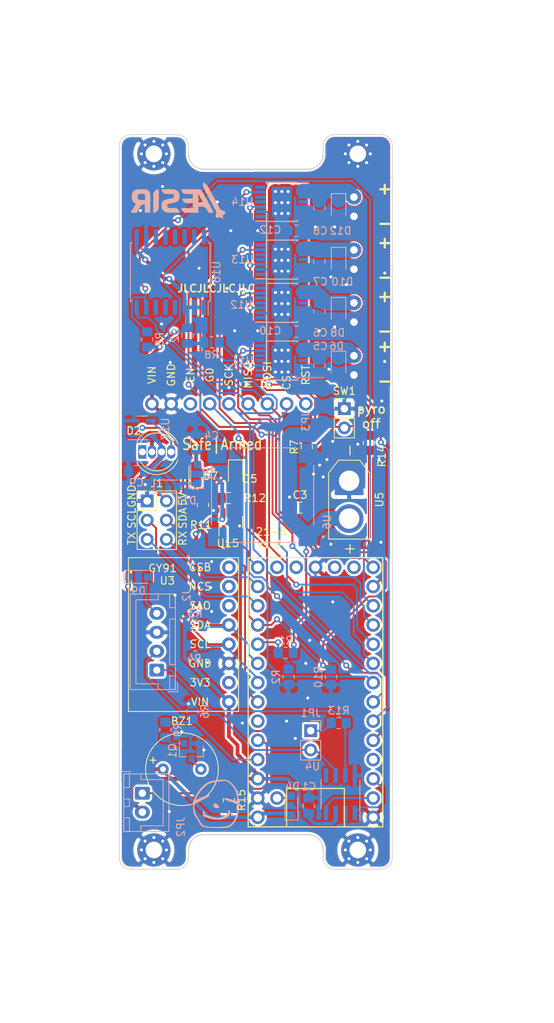
<source format=kicad_pcb>
(kicad_pcb (version 20171130) (host pcbnew 5.1.10)
  (layers (0 F.Cu signal) (31 B.Cu signal) (34 B.Paste user) (35 F.Paste user) (36 B.SilkS user) (37 F.SilkS user) (38 B.Mask user) (39 F.Mask user) (44 Edge.Cuts user))
  (net 0 "")
  (net 1 5V)
  (net 2 "Net-(BZ1-Pad2)")
  (net 3 GND)
  (net 4 3V3)
  (net 5 12V)
  (net 6 "Net-(C5-Pad2)")
  (net 7 "Net-(C6-Pad2)")
  (net 8 "Net-(C7-Pad2)")
  (net 9 "Net-(C8-Pad2)")
  (net 10 "Net-(D4-Pad2)")
  (net 11 /SCK)
  (net 12 /MISO)
  (net 13 /MOSI)
  (net 14 /SDA)
  (net 15 /SCL)
  (net 16 /BUZZ)
  (net 17 "Net-(R8-Pad2)")
  (net 18 "Net-(Q1-Pad1)")
  (net 19 "Net-(C4-Pad1)")
  (net 20 "Net-(D5-Pad2)")
  (net 21 "Net-(D5-Pad1)")
  (net 22 "Net-(D7-Pad1)")
  (net 23 "Net-(J2-Pad2)")
  (net 24 "Net-(D11-Pad1)")
  (net 25 /EXT_RX)
  (net 26 /EXT_TX)
  (net 27 /BAT_READ)
  (net 28 /FLASH_CS)
  (net 29 /P_EN)
  (net 30 /UNSAFE_P_EN)
  (net 31 /P_IN_1)
  (net 32 /P_IN_2)
  (net 33 /P_IN_3)
  (net 34 /P_IN_4)
  (net 35 /RF_CS)
  (net 36 /RF_RST)
  (net 37 /RF_G0)
  (net 38 /CAN_TX)
  (net 39 /CAN_RX)
  (net 40 "Net-(R14-Pad2)")
  (net 41 "Net-(J2-Pad1)")
  (net 42 "Net-(JP1-Pad1)")
  (net 43 "Net-(D9-Pad2)")
  (net 44 "Net-(D2-Pad4)")
  (net 45 /LIFTOFF)
  (net 46 /RGB_TX)
  (net 47 12V_LIMIT)
  (module custom:R_1812_4532Metric_Pad1.30x3.40mm_HandSolder_no_silk (layer B.Cu) (at 148.336 96.835 90)
    (fp_text reference JP3 (at -1.971 -2.286 90) (layer B.SilkS) (effects (justify mirror)))
    (fp_text value Jumper_NO_Small)
    (pad 2 smd roundrect (at 2.225 0 90) (size 1.3 3.4) (layers B.Cu B.Paste B.Mask) (roundrect_rratio 0.1923076923076923) (net 47 12V_LIMIT))
    (pad 1 smd roundrect (at -2.225 0 90) (size 1.3 3.4) (layers B.Cu B.Paste B.Mask) (roundrect_rratio 0.1923076923076923) (net 5 12V))
  )
  (module Resistor_SMD:R_0805_2012Metric_Pad1.20x1.40mm_HandSolder (layer F.Cu) (at 135.89 148.86 270)
    (fp_text reference R15 (at 0 -1.65 90) (layer F.SilkS))
    (fp_text value 2k)
    (pad 2 smd roundrect (at 1 0 270) (size 1.2 1.4) (layers F.Cu F.Paste F.Mask) (roundrect_rratio 0.2083325) (net 3 GND))
    (pad 1 smd roundrect (at -1 0 270) (size 1.2 1.4) (layers F.Cu F.Paste F.Mask) (roundrect_rratio 0.2083325) (net 45 /LIFTOFF))
  )
  (module Connector_JST:JST_XH_B2B-XH-A_1x02_P2.50mm_Vertical (layer B.Cu) (at 124.46 147.955 270)
    (fp_text reference JP2 (at 4.445 -5.08 90) (layer B.SilkS) (effects (justify mirror)))
    (fp_text value Jumper)
    (pad 2 thru_hole oval (at 2.5 0 270) (size 1.7 2) (drill 1) (layers *.Cu *.Mask) (net 4 3V3))
    (pad 1 thru_hole roundrect (at 0 0 270) (size 1.7 2) (drill 1) (layers *.Cu *.Mask) (roundrect_rratio 0.1470588235294118) (net 45 /LIFTOFF))
  )
  (module custom:SC-74-a (layer B.Cu) (at 124.46 99.695)
    (fp_text reference U17 (at 3.048 0.127 270) (layer B.SilkS) (effects (justify mirror)))
    (fp_text value NL17SZ17)
    (pad 1 smd roundrect (at -1.1375 0.95) (size 1.425 0.5) (layers B.Cu B.Paste B.Mask))
    (pad 2 smd roundrect (at -1.1375 0) (size 1.425 0.5) (layers B.Cu B.Paste B.Mask) (net 46 /RGB_TX))
    (pad 3 smd roundrect (at -1.1375 -0.95) (size 1.425 0.5) (layers B.Cu B.Paste B.Mask) (net 3 GND))
    (pad 4 smd roundrect (at 1.1375 -0.95) (size 1.425 0.5) (layers B.Cu B.Paste B.Mask) (net 44 "Net-(D2-Pad4)"))
    (pad 5 smd roundrect (at 1.1375 0.95) (size 1.425 0.5) (layers B.Cu B.Paste B.Mask) (net 1 5V))
  )
  (module Connector_PinHeader_2.54mm:PinHeader_1x02_P2.54mm_Vertical (layer F.Cu) (at 151.13 97.155)
    (fp_text reference SW1 (at 0 -2.33) (layer F.SilkS))
    (fp_text value SW_DPST_x2)
    (pad 2 thru_hole oval (at 0 2.54) (size 1.7 1.7) (drill 1) (layers *.Cu *.Mask) (net 40 "Net-(R14-Pad2)"))
    (pad 1 thru_hole rect (at 0 0) (size 1.7 1.7) (drill 1) (layers *.Cu *.Mask) (net 3 GND))
  )
  (module Diode_SMD:D_SOD-323_HandSoldering (layer B.Cu) (at 127.889 107.442)
    (fp_text reference D11 (at 2.286 1.85) (layer B.SilkS) (effects (justify mirror)))
    (fp_text value D_Schottky)
    (pad 2 smd rect (at 1.25 0) (size 1 1) (layers B.Cu B.Paste B.Mask) (net 1 5V))
    (pad 1 smd rect (at -1.25 0) (size 1 1) (layers B.Cu B.Paste B.Mask) (net 24 "Net-(D11-Pad1)"))
  )
  (module Diode_SMD:D_SOD-323_HandSoldering (layer B.Cu) (at 123.952 119.38)
    (fp_text reference D9 (at 0 1.85) (layer B.SilkS) (effects (justify mirror)))
    (fp_text value D_Schottky)
    (pad 2 smd rect (at 1.25 0) (size 1 1) (layers B.Cu B.Paste B.Mask) (net 43 "Net-(D9-Pad2)"))
    (pad 1 smd rect (at -1.25 0) (size 1 1) (layers B.Cu B.Paste B.Mask) (net 1 5V))
  )
  (module Diode_SMD:D_SOD-323_HandSoldering (layer B.Cu) (at 144.145 149.597 90)
    (fp_text reference D4 (at 2.531 0.127 180) (layer B.SilkS) (effects (justify mirror)))
    (fp_text value D_Schottky)
    (pad 2 smd rect (at 1.25 0 90) (size 1 1) (layers B.Cu B.Paste B.Mask) (net 10 "Net-(D4-Pad2)"))
    (pad 1 smd rect (at -1.25 0 90) (size 1 1) (layers B.Cu B.Paste B.Mask) (net 1 5V))
  )
  (module Diode_SMD:D_SOD-323_HandSoldering (layer B.Cu) (at 131.699 105.782 90)
    (fp_text reference D1 (at 0 1.85 90) (layer B.SilkS) (effects (justify mirror)))
    (fp_text value D_Schottky)
    (pad 2 smd rect (at 1.25 0 90) (size 1 1) (layers B.Cu B.Paste B.Mask) (net 19 "Net-(C4-Pad1)"))
    (pad 1 smd rect (at -1.25 0 90) (size 1 1) (layers B.Cu B.Paste B.Mask) (net 1 5V))
  )
  (module Connector_PinHeader_2.54mm:PinHeader_1x02_P2.54mm_Vertical (layer B.Cu) (at 146.685 139.7 180)
    (fp_text reference JP1 (at 0 2.33) (layer B.SilkS) (effects (justify mirror)))
    (fp_text value Jumper_NC_Small)
    (pad 2 thru_hole oval (at 0 -2.54 180) (size 1.7 1.7) (drill 1) (layers *.Cu *.Mask) (net 23 "Net-(J2-Pad2)"))
    (pad 1 thru_hole rect (at 0 0 180) (size 1.7 1.7) (drill 1) (layers *.Cu *.Mask) (net 42 "Net-(JP1-Pad1)"))
  )
  (module MountingHole:MountingHole_2.2mm_M2_Pad_Via (layer F.Cu) (at 152.908 63.5)
    (fp_text reference H5 hide)
    (fp_text value MountingHole_Pad)
    (pad 1 thru_hole circle (at 1.166726 -1.166726) (size 0.7 0.7) (drill 0.4) (layers *.Cu *.Mask) (net 3 GND))
    (pad 1 thru_hole circle (at 0 -1.65) (size 0.7 0.7) (drill 0.4) (layers *.Cu *.Mask) (net 3 GND))
    (pad 1 thru_hole circle (at -1.166726 -1.166726) (size 0.7 0.7) (drill 0.4) (layers *.Cu *.Mask) (net 3 GND))
    (pad 1 thru_hole circle (at -1.65 0) (size 0.7 0.7) (drill 0.4) (layers *.Cu *.Mask) (net 3 GND))
    (pad 1 thru_hole circle (at -1.166726 1.166726) (size 0.7 0.7) (drill 0.4) (layers *.Cu *.Mask) (net 3 GND))
    (pad 1 thru_hole circle (at 0 1.65) (size 0.7 0.7) (drill 0.4) (layers *.Cu *.Mask) (net 3 GND))
    (pad 1 thru_hole circle (at 1.166726 1.166726) (size 0.7 0.7) (drill 0.4) (layers *.Cu *.Mask) (net 3 GND))
    (pad 1 thru_hole circle (at 1.65 0) (size 0.7 0.7) (drill 0.4) (layers *.Cu *.Mask) (net 3 GND))
    (pad 1 thru_hole circle (at 0 0) (size 4.4 4.4) (drill 2.2) (layers *.Cu *.Mask) (net 3 GND))
  )
  (module MountingHole:MountingHole_2.2mm_M2_Pad_Via (layer F.Cu) (at 125.984 155.448)
    (fp_text reference H4 hide)
    (fp_text value MountingHole_Pad)
    (pad 1 thru_hole circle (at 1.166726 -1.166726) (size 0.7 0.7) (drill 0.4) (layers *.Cu *.Mask) (net 3 GND))
    (pad 1 thru_hole circle (at 0 -1.65) (size 0.7 0.7) (drill 0.4) (layers *.Cu *.Mask) (net 3 GND))
    (pad 1 thru_hole circle (at -1.166726 -1.166726) (size 0.7 0.7) (drill 0.4) (layers *.Cu *.Mask) (net 3 GND))
    (pad 1 thru_hole circle (at -1.65 0) (size 0.7 0.7) (drill 0.4) (layers *.Cu *.Mask) (net 3 GND))
    (pad 1 thru_hole circle (at -1.166726 1.166726) (size 0.7 0.7) (drill 0.4) (layers *.Cu *.Mask) (net 3 GND))
    (pad 1 thru_hole circle (at 0 1.65) (size 0.7 0.7) (drill 0.4) (layers *.Cu *.Mask) (net 3 GND))
    (pad 1 thru_hole circle (at 1.166726 1.166726) (size 0.7 0.7) (drill 0.4) (layers *.Cu *.Mask) (net 3 GND))
    (pad 1 thru_hole circle (at 1.65 0) (size 0.7 0.7) (drill 0.4) (layers *.Cu *.Mask) (net 3 GND))
    (pad 1 thru_hole circle (at 0 0) (size 4.4 4.4) (drill 2.2) (layers *.Cu *.Mask) (net 3 GND))
  )
  (module MountingHole:MountingHole_2.2mm_M2_Pad_Via (layer F.Cu) (at 125.984 63.5)
    (fp_text reference H2 hide)
    (fp_text value MountingHole_Pad)
    (pad 1 thru_hole circle (at 1.166726 -1.166726) (size 0.7 0.7) (drill 0.4) (layers *.Cu *.Mask) (net 3 GND))
    (pad 1 thru_hole circle (at 0 -1.65) (size 0.7 0.7) (drill 0.4) (layers *.Cu *.Mask) (net 3 GND))
    (pad 1 thru_hole circle (at -1.166726 -1.166726) (size 0.7 0.7) (drill 0.4) (layers *.Cu *.Mask) (net 3 GND))
    (pad 1 thru_hole circle (at -1.65 0) (size 0.7 0.7) (drill 0.4) (layers *.Cu *.Mask) (net 3 GND))
    (pad 1 thru_hole circle (at -1.166726 1.166726) (size 0.7 0.7) (drill 0.4) (layers *.Cu *.Mask) (net 3 GND))
    (pad 1 thru_hole circle (at 0 1.65) (size 0.7 0.7) (drill 0.4) (layers *.Cu *.Mask) (net 3 GND))
    (pad 1 thru_hole circle (at 1.166726 1.166726) (size 0.7 0.7) (drill 0.4) (layers *.Cu *.Mask) (net 3 GND))
    (pad 1 thru_hole circle (at 1.65 0) (size 0.7 0.7) (drill 0.4) (layers *.Cu *.Mask) (net 3 GND))
    (pad 1 thru_hole circle (at 0 0) (size 4.4 4.4) (drill 2.2) (layers *.Cu *.Mask) (net 3 GND))
  )
  (module MountingHole:MountingHole_2.2mm_M2_Pad_Via (layer F.Cu) (at 152.908 155.448)
    (fp_text reference H1 hide)
    (fp_text value MountingHole_Pad)
    (pad 1 thru_hole circle (at 1.166726 -1.166726) (size 0.7 0.7) (drill 0.4) (layers *.Cu *.Mask) (net 3 GND))
    (pad 1 thru_hole circle (at 0 -1.65) (size 0.7 0.7) (drill 0.4) (layers *.Cu *.Mask) (net 3 GND))
    (pad 1 thru_hole circle (at -1.166726 -1.166726) (size 0.7 0.7) (drill 0.4) (layers *.Cu *.Mask) (net 3 GND))
    (pad 1 thru_hole circle (at -1.65 0) (size 0.7 0.7) (drill 0.4) (layers *.Cu *.Mask) (net 3 GND))
    (pad 1 thru_hole circle (at -1.166726 1.166726) (size 0.7 0.7) (drill 0.4) (layers *.Cu *.Mask) (net 3 GND))
    (pad 1 thru_hole circle (at 0 1.65) (size 0.7 0.7) (drill 0.4) (layers *.Cu *.Mask) (net 3 GND))
    (pad 1 thru_hole circle (at 1.166726 1.166726) (size 0.7 0.7) (drill 0.4) (layers *.Cu *.Mask) (net 3 GND))
    (pad 1 thru_hole circle (at 1.65 0) (size 0.7 0.7) (drill 0.4) (layers *.Cu *.Mask) (net 3 GND))
    (pad 1 thru_hole circle (at 0 0) (size 4.4 4.4) (drill 2.2) (layers *.Cu *.Mask) (net 3 GND))
  )
  (module Resistor_SMD:R_0805_2012Metric_Pad1.20x1.40mm_HandSolder (layer F.Cu) (at 154.3685 101.6795 90)
    (fp_text reference R14 (at -1.762 1.7145 90) (layer F.SilkS))
    (fp_text value 1k)
    (pad 2 smd roundrect (at 1 0 90) (size 1.2 1.4) (layers F.Cu F.Paste F.Mask) (roundrect_rratio 0.2083325) (net 40 "Net-(R14-Pad2)"))
    (pad 1 smd roundrect (at -1 0 90) (size 1.2 1.4) (layers F.Cu F.Paste F.Mask) (roundrect_rratio 0.2083325) (net 30 /UNSAFE_P_EN))
  )
  (module Package_TO_SOT_SMD:SOT-23 (layer B.Cu) (at 130.937 142.367 270)
    (fp_text reference Q1 (at 0 2.5 270) (layer B.SilkS) (effects (justify mirror)))
    (fp_text value MMBT3904)
    (pad 3 smd rect (at 1 0 270) (size 0.9 0.8) (layers B.Cu B.Paste B.Mask) (net 2 "Net-(BZ1-Pad2)"))
    (pad 2 smd rect (at -1 -0.95 270) (size 0.9 0.8) (layers B.Cu B.Paste B.Mask) (net 3 GND))
    (pad 1 smd rect (at -1 0.95 270) (size 0.9 0.8) (layers B.Cu B.Paste B.Mask) (net 18 "Net-(Q1-Pad1)"))
  )
  (module custom:CX-0905C (layer F.Cu) (at 129.6905 144.78)
    (fp_text reference BZ1 (at 0 -6.35) (layer F.SilkS))
    (fp_text value Buzzer)
    (fp_text user + (at -3.81 -1.27) (layer F.SilkS))
    (pad 2 thru_hole circle (at 2.5 0) (size 1.524 1.524) (drill 0.762) (layers *.Cu *.Mask) (net 2 "Net-(BZ1-Pad2)"))
    (pad 1 thru_hole circle (at -2.5 0) (size 1.524 1.524) (drill 0.762) (layers *.Cu *.Mask) (net 1 5V))
  )
  (module Connector_PinHeader_2.54mm:PinHeader_2x03_P2.54mm_Vertical (layer F.Cu) (at 125.095 109.347)
    (fp_text reference J1 (at 1.27 -2.33) (layer F.SilkS))
    (fp_text value Conn_02x03_Odd_Even)
    (pad 6 thru_hole oval (at 2.54 5.08) (size 1.7 1.7) (drill 1) (layers *.Cu *.Mask) (net 25 /EXT_RX))
    (pad 5 thru_hole oval (at 0 5.08) (size 1.7 1.7) (drill 1) (layers *.Cu *.Mask) (net 26 /EXT_TX))
    (pad 4 thru_hole oval (at 2.54 2.54) (size 1.7 1.7) (drill 1) (layers *.Cu *.Mask) (net 14 /SDA))
    (pad 3 thru_hole oval (at 0 2.54) (size 1.7 1.7) (drill 1) (layers *.Cu *.Mask) (net 15 /SCL))
    (pad 2 thru_hole oval (at 2.54 0) (size 1.7 1.7) (drill 1) (layers *.Cu *.Mask) (net 24 "Net-(D11-Pad1)"))
    (pad 1 thru_hole rect (at 0 0) (size 1.7 1.7) (drill 1) (layers *.Cu *.Mask) (net 3 GND))
  )
  (module Capacitor_SMD:C_0805_2012Metric_Pad1.18x1.45mm_HandSolder (layer B.Cu) (at 123.6765 105.41 180)
    (fp_text reference C9 (at 0 -1.524) (layer B.SilkS) (effects (justify mirror)))
    (fp_text value 100n)
    (pad 2 smd roundrect (at 1.0375 0 180) (size 1.175 1.45) (layers B.Cu B.Paste B.Mask) (roundrect_rratio 0.2127659574468085) (net 3 GND))
    (pad 1 smd roundrect (at -1.0375 0 180) (size 1.175 1.45) (layers B.Cu B.Paste B.Mask) (roundrect_rratio 0.2127659574468085) (net 1 5V))
  )
  (module Connector_JST:JST_XH_B4B-XH-A_1x04_P2.50mm_Vertical (layer B.Cu) (at 126.365 131.699 90)
    (fp_text reference J2 (at 9.906 3.937 90) (layer B.SilkS) (effects (justify mirror)))
    (fp_text value JST_XH_4)
    (pad 1 thru_hole roundrect (at 0 0 90) (size 1.7 1.95) (drill 0.95) (layers *.Cu *.Mask) (roundrect_rratio 0.1470588235294118) (net 41 "Net-(J2-Pad1)"))
    (pad 2 thru_hole oval (at 2.5 0 90) (size 1.7 1.95) (drill 0.95) (layers *.Cu *.Mask) (net 23 "Net-(J2-Pad2)"))
    (pad 3 thru_hole oval (at 5 0 90) (size 1.7 1.95) (drill 0.95) (layers *.Cu *.Mask) (net 3 GND))
    (pad 4 thru_hole oval (at 7.5 0 90) (size 1.7 1.95) (drill 0.95) (layers *.Cu *.Mask) (net 43 "Net-(D9-Pad2)"))
  )
  (module custom:aesir (layer B.Cu) (at 129.159 69.723 180)
    (fp_text reference H6 hide)
    (fp_text value Aesir hide)
  )
  (module custom:teensy4 (layer F.Cu) (at 147.32 134.62 90)
    (fp_text reference U1 hide)
    (fp_text value teensy4)
    (pad 1 thru_hole circle (at -16.51 7.62 90) (size 1.8 1.8) (drill 1.1) (layers *.Cu *.Mask) (net 3 GND))
    (pad 2 thru_hole circle (at -13.97 7.62 90) (size 1.8 1.8) (drill 1.1) (layers *.Cu *.Mask) (net 39 /CAN_RX))
    (pad 3 thru_hole circle (at -11.43 7.62 90) (size 1.8 1.8) (drill 1.1) (layers *.Cu *.Mask) (net 38 /CAN_TX))
    (pad 4 thru_hole circle (at -8.89 7.62 90) (size 1.8 1.8) (drill 1.1) (layers *.Cu *.Mask))
    (pad 5 thru_hole circle (at -6.35 7.62 90) (size 1.8 1.8) (drill 1.1) (layers *.Cu *.Mask) (net 37 /RF_G0))
    (pad 6 thru_hole circle (at -3.81 7.62 90) (size 1.8 1.8) (drill 1.1) (layers *.Cu *.Mask) (net 36 /RF_RST))
    (pad 7 thru_hole circle (at -1.27 7.62 90) (size 1.8 1.8) (drill 1.1) (layers *.Cu *.Mask) (net 35 /RF_CS))
    (pad 8 thru_hole circle (at 1.27 7.62 90) (size 1.8 1.8) (drill 1.1) (layers *.Cu *.Mask) (net 34 /P_IN_4))
    (pad 9 thru_hole circle (at 3.81 7.62 90) (size 1.8 1.8) (drill 1.1) (layers *.Cu *.Mask) (net 33 /P_IN_3))
    (pad 10 thru_hole circle (at 6.35 7.62 90) (size 1.8 1.8) (drill 1.1) (layers *.Cu *.Mask) (net 32 /P_IN_2))
    (pad 11 thru_hole circle (at 8.89 7.62 90) (size 1.8 1.8) (drill 1.1) (layers *.Cu *.Mask) (net 31 /P_IN_1))
    (pad 12 thru_hole circle (at 11.43 7.62 90) (size 1.8 1.8) (drill 1.1) (layers *.Cu *.Mask) (net 28 /FLASH_CS))
    (pad 13 thru_hole circle (at 13.97 7.62 90) (size 1.8 1.8) (drill 1.1) (layers *.Cu *.Mask) (net 13 /MOSI))
    (pad 34 thru_hole circle (at -13.97 -5.08 90) (size 1.8 1.8) (drill 1.1) (layers *.Cu *.Mask) (net 10 "Net-(D4-Pad2)"))
    (pad 33 thru_hole circle (at -16.51 -7.62 90) (size 1.8 1.8) (drill 1.1) (layers *.Cu *.Mask) (net 1 5V))
    (pad 32 thru_hole circle (at -13.97 -7.62 90) (size 1.8 1.8) (drill 1.1) (layers *.Cu *.Mask) (net 3 GND))
    (pad 31 thru_hole circle (at -11.43 -7.62 90) (size 1.8 1.8) (drill 1.1) (layers *.Cu *.Mask) (net 4 3V3))
    (pad 30 thru_hole circle (at -8.89 -7.62 90) (size 1.8 1.8) (drill 1.1) (layers *.Cu *.Mask) (net 16 /BUZZ))
    (pad 29 thru_hole circle (at -6.35 -7.62 90) (size 1.8 1.8) (drill 1.1) (layers *.Cu *.Mask) (net 45 /LIFTOFF))
    (pad 28 thru_hole circle (at -3.81 -7.62 90) (size 1.8 1.8) (drill 1.1) (layers *.Cu *.Mask))
    (pad 27 thru_hole circle (at -1.27 -7.62 90) (size 1.8 1.8) (drill 1.1) (layers *.Cu *.Mask) (net 46 /RGB_TX))
    (pad 26 thru_hole circle (at 1.27 -7.62 90) (size 1.8 1.8) (drill 1.1) (layers *.Cu *.Mask) (net 15 /SCL))
    (pad 25 thru_hole circle (at 3.81 -7.62 90) (size 1.8 1.8) (drill 1.1) (layers *.Cu *.Mask) (net 14 /SDA))
    (pad 24 thru_hole circle (at 6.35 -7.62 90) (size 1.8 1.8) (drill 1.1) (layers *.Cu *.Mask) (net 27 /BAT_READ))
    (pad 23 thru_hole circle (at 8.89 -7.62 90) (size 1.8 1.8) (drill 1.1) (layers *.Cu *.Mask) (net 30 /UNSAFE_P_EN))
    (pad 22 thru_hole circle (at 11.43 -7.62 90) (size 1.8 1.8) (drill 1.1) (layers *.Cu *.Mask) (net 26 /EXT_TX))
    (pad 21 thru_hole circle (at 13.97 -7.62 90) (size 1.8 1.8) (drill 1.1) (layers *.Cu *.Mask) (net 25 /EXT_RX))
    (pad 14 thru_hole circle (at 16.51 7.62 90) (size 1.8 1.8) (drill 1.1) (layers *.Cu *.Mask) (net 12 /MISO))
    (pad 15 thru_hole circle (at 16.51 5.08 90) (size 1.8 1.8) (drill 1.1) (layers *.Cu *.Mask))
    (pad 16 thru_hole circle (at 16.51 2.54 90) (size 1.8 1.8) (drill 1.1) (layers *.Cu *.Mask))
    (pad 20 thru_hole circle (at 16.51 -7.62 90) (size 1.8 1.8) (drill 1.1) (layers *.Cu *.Mask) (net 11 /SCK))
    (pad 19 thru_hole circle (at 16.51 -5.08 90) (size 1.8 1.8) (drill 1.1) (layers *.Cu *.Mask))
    (pad 18 thru_hole circle (at 16.51 -2.54 90) (size 1.8 1.8) (drill 1.1) (layers *.Cu *.Mask))
    (pad 17 thru_hole circle (at 16.51 0 90) (size 1.8 1.8) (drill 1.1) (layers *.Cu *.Mask) (net 3 GND))
  )
  (module Capacitor_SMD:C_0805_2012Metric_Pad1.18x1.45mm_HandSolder (layer B.Cu) (at 146.431 149.606 270)
    (fp_text reference C1 (at -2.54 0) (layer B.SilkS) (effects (justify mirror)))
    (fp_text value 100n)
    (pad 2 smd roundrect (at 1.0375 0 270) (size 1.175 1.45) (layers B.Cu B.Paste B.Mask) (roundrect_rratio 0.2127659574468085) (net 4 3V3))
    (pad 1 smd roundrect (at -1.0375 0 270) (size 1.175 1.45) (layers B.Cu B.Paste B.Mask) (roundrect_rratio 0.2127659574468085) (net 3 GND))
  )
  (module Package_SO:SOIC-16W_7.5x10.3mm_P1.27mm (layer B.Cu) (at 128.143 79.121 90)
    (fp_text reference U16 (at 0 6.1 90) (layer B.SilkS) (effects (justify mirror)))
    (fp_text value w25nxx)
    (pad 1 smd roundrect (at -4.65 4.445 90) (size 2.05 0.6) (layers B.Cu B.Paste B.Mask) (net 4 3V3))
    (pad 2 smd roundrect (at -4.65 3.175 90) (size 2.05 0.6) (layers B.Cu B.Paste B.Mask) (net 4 3V3))
    (pad 3 smd roundrect (at -4.65 1.905 90) (size 2.05 0.6) (layers B.Cu B.Paste B.Mask) (net 4 3V3))
    (pad 4 smd roundrect (at -4.65 0.635 90) (size 2.05 0.6) (layers B.Cu B.Paste B.Mask))
    (pad 5 smd roundrect (at -4.65 -0.635 90) (size 2.05 0.6) (layers B.Cu B.Paste B.Mask))
    (pad 6 smd roundrect (at -4.65 -1.905 90) (size 2.05 0.6) (layers B.Cu B.Paste B.Mask))
    (pad 7 smd roundrect (at -4.65 -3.175 90) (size 2.05 0.6) (layers B.Cu B.Paste B.Mask) (net 28 /FLASH_CS))
    (pad 8 smd roundrect (at -4.65 -4.445 90) (size 2.05 0.6) (layers B.Cu B.Paste B.Mask) (net 12 /MISO))
    (pad 9 smd roundrect (at 4.65 -4.445 90) (size 2.05 0.6) (layers B.Cu B.Paste B.Mask) (net 4 3V3))
    (pad 10 smd roundrect (at 4.65 -3.175 90) (size 2.05 0.6) (layers B.Cu B.Paste B.Mask) (net 3 GND))
    (pad 11 smd roundrect (at 4.65 -1.905 90) (size 2.05 0.6) (layers B.Cu B.Paste B.Mask))
    (pad 12 smd roundrect (at 4.65 -0.635 90) (size 2.05 0.6) (layers B.Cu B.Paste B.Mask))
    (pad 13 smd roundrect (at 4.65 0.635 90) (size 2.05 0.6) (layers B.Cu B.Paste B.Mask))
    (pad 14 smd roundrect (at 4.65 1.905 90) (size 2.05 0.6) (layers B.Cu B.Paste B.Mask))
    (pad 15 smd roundrect (at 4.65 3.175 90) (size 2.05 0.6) (layers B.Cu B.Paste B.Mask) (net 13 /MOSI))
    (pad 16 smd roundrect (at 4.65 4.445 90) (size 2.05 0.6) (layers B.Cu B.Paste B.Mask) (net 11 /SCK))
  )
  (module Package_SO:SOIC-8_3.9x4.9mm_P1.27mm (layer B.Cu) (at 150.622 148.082 90)
    (fp_text reference U4 (at 3.683 -3.683) (layer B.SilkS) (effects (justify mirror)))
    (fp_text value SN65HVD230)
    (pad 1 smd roundrect (at -2.475 1.905 90) (size 1.95 0.6) (layers B.Cu B.Paste B.Mask) (net 38 /CAN_TX))
    (pad 2 smd roundrect (at -2.475 0.635 90) (size 1.95 0.6) (layers B.Cu B.Paste B.Mask) (net 3 GND))
    (pad 3 smd roundrect (at -2.475 -0.635 90) (size 1.95 0.6) (layers B.Cu B.Paste B.Mask) (net 4 3V3))
    (pad 4 smd roundrect (at -2.475 -1.905 90) (size 1.95 0.6) (layers B.Cu B.Paste B.Mask) (net 39 /CAN_RX))
    (pad 5 smd roundrect (at 2.475 -1.905 90) (size 1.95 0.6) (layers B.Cu B.Paste B.Mask))
    (pad 6 smd roundrect (at 2.475 -0.635 90) (size 1.95 0.6) (layers B.Cu B.Paste B.Mask) (net 23 "Net-(J2-Pad2)"))
    (pad 7 smd roundrect (at 2.475 0.635 90) (size 1.95 0.6) (layers B.Cu B.Paste B.Mask) (net 41 "Net-(J2-Pad1)"))
    (pad 8 smd roundrect (at 2.475 1.905 90) (size 1.95 0.6) (layers B.Cu B.Paste B.Mask) (net 3 GND))
  )
  (module Resistor_SMD:R_0805_2012Metric_Pad1.20x1.40mm_HandSolder (layer B.Cu) (at 150.384 138.684 180)
    (fp_text reference R13 (at 0 1.65) (layer B.SilkS) (effects (justify mirror)))
    (fp_text value 120)
    (pad 2 smd roundrect (at 1 0 180) (size 1.2 1.4) (layers B.Cu B.Paste B.Mask) (roundrect_rratio 0.2083325) (net 42 "Net-(JP1-Pad1)"))
    (pad 1 smd roundrect (at -1 0 180) (size 1.2 1.4) (layers B.Cu B.Paste B.Mask) (roundrect_rratio 0.2083325) (net 41 "Net-(J2-Pad1)"))
  )
  (module custom:Infineon_PG-TSDSO-14-22-bottom (layer B.Cu) (at 142.875 69.85)
    (fp_text reference U14 (at -5.207 0) (layer B.SilkS) (effects (justify mirror)))
    (fp_text value BTN7030-1EPA)
    (fp_poly (pts (xy 1.3208 -2.0066) (xy -1.3208 -2.0066) (xy -1.3208 2.0066) (xy 1.3208 2.0066)) (layer F.Cu) (width 0.01))
    (pad 1 smd rect (at -2.85 1.95) (size 1.31 0.45) (layers B.Cu B.Paste B.Mask))
    (pad 2 smd rect (at -2.85 1.3) (size 1.31 0.45) (layers B.Cu B.Paste B.Mask) (net 29 /P_EN))
    (pad 3 smd rect (at -2.85 0.65) (size 1.31 0.45) (layers B.Cu B.Paste B.Mask) (net 17 "Net-(R8-Pad2)"))
    (pad 4 smd rect (at -2.845 0) (size 1.31 0.45) (layers B.Cu B.Paste B.Mask))
    (pad 5 smd rect (at -2.85 -0.65) (size 1.31 0.45) (layers B.Cu B.Paste B.Mask))
    (pad 6 smd rect (at -2.85 -1.3) (size 1.31 0.45) (layers B.Cu B.Paste B.Mask) (net 34 /P_IN_4))
    (pad 7 smd rect (at -2.85 -1.95) (size 1.31 0.45) (layers B.Cu B.Paste B.Mask))
    (pad 8 smd rect (at 2.85 -1.95) (size 1.31 0.45) (layers B.Cu B.Paste B.Mask) (net 9 "Net-(C8-Pad2)"))
    (pad 9 smd rect (at 2.85 -1.3) (size 1.31 0.45) (layers B.Cu B.Paste B.Mask) (net 9 "Net-(C8-Pad2)"))
    (pad 10 smd rect (at 2.85 -0.65) (size 1.31 0.45) (layers B.Cu B.Paste B.Mask) (net 9 "Net-(C8-Pad2)"))
    (pad 11 smd rect (at 2.85 0) (size 1.31 0.45) (layers B.Cu B.Paste B.Mask))
    (pad 12 smd rect (at 2.85 0.65) (size 1.31 0.45) (layers B.Cu B.Paste B.Mask) (net 3 GND))
    (pad 13 smd rect (at 2.85 1.3) (size 1.31 0.45) (layers B.Cu B.Paste B.Mask) (net 3 GND))
    (pad 14 smd rect (at 2.85 1.95) (size 1.31 0.45) (layers B.Cu B.Paste B.Mask) (net 3 GND))
    (pad 15 smd rect (at 0 0) (size 2.65 4) (layers B.Cu B.Mask) (net 47 12V_LIMIT))
    (pad 15 thru_hole circle (at -0.8382 1.524) (size 0.8 0.8) (drill 0.4) (layers *.Cu *.Mask) (net 47 12V_LIMIT))
    (pad 15 thru_hole circle (at 0.8382 1.524) (size 0.8 0.8) (drill 0.4) (layers *.Cu *.Mask) (net 47 12V_LIMIT))
    (pad 15 thru_hole circle (at 0 1.524) (size 0.8 0.8) (drill 0.4) (layers *.Cu *.Mask) (net 47 12V_LIMIT))
    (pad 15 thru_hole circle (at -0.8382 0.1016) (size 0.8 0.8) (drill 0.4) (layers *.Cu *.Mask) (net 47 12V_LIMIT))
    (pad 15 thru_hole circle (at 0 0.1016) (size 0.8 0.8) (drill 0.4) (layers *.Cu *.Mask) (net 47 12V_LIMIT))
    (pad 15 thru_hole circle (at 0.8382 0.1016) (size 0.8 0.8) (drill 0.4) (layers *.Cu *.Mask) (net 47 12V_LIMIT))
    (pad 15 thru_hole circle (at -0.8382 -1.3716) (size 0.8 0.8) (drill 0.4) (layers *.Cu *.Mask) (net 47 12V_LIMIT))
    (pad 15 thru_hole circle (at 0 -1.3716) (size 0.8 0.8) (drill 0.4) (layers *.Cu *.Mask) (net 47 12V_LIMIT))
    (pad 15 thru_hole circle (at 0.8382 -1.3716) (size 0.8 0.8) (drill 0.4) (layers *.Cu *.Mask) (net 47 12V_LIMIT))
  )
  (module custom:Infineon_PG-TSDSO-14-22-bottom (layer B.Cu) (at 142.875 77.47)
    (fp_text reference U13 (at -5.207 0) (layer B.SilkS) (effects (justify mirror)))
    (fp_text value BTN7030-1EPA)
    (fp_poly (pts (xy 1.3208 -2.0066) (xy -1.3208 -2.0066) (xy -1.3208 2.0066) (xy 1.3208 2.0066)) (layer F.Cu) (width 0.01))
    (pad 1 smd rect (at -2.85 1.95) (size 1.31 0.45) (layers B.Cu B.Paste B.Mask))
    (pad 2 smd rect (at -2.85 1.3) (size 1.31 0.45) (layers B.Cu B.Paste B.Mask) (net 29 /P_EN))
    (pad 3 smd rect (at -2.85 0.65) (size 1.31 0.45) (layers B.Cu B.Paste B.Mask) (net 17 "Net-(R8-Pad2)"))
    (pad 4 smd rect (at -2.845 0) (size 1.31 0.45) (layers B.Cu B.Paste B.Mask))
    (pad 5 smd rect (at -2.85 -0.65) (size 1.31 0.45) (layers B.Cu B.Paste B.Mask))
    (pad 6 smd rect (at -2.85 -1.3) (size 1.31 0.45) (layers B.Cu B.Paste B.Mask) (net 33 /P_IN_3))
    (pad 7 smd rect (at -2.85 -1.95) (size 1.31 0.45) (layers B.Cu B.Paste B.Mask))
    (pad 8 smd rect (at 2.85 -1.95) (size 1.31 0.45) (layers B.Cu B.Paste B.Mask) (net 8 "Net-(C7-Pad2)"))
    (pad 9 smd rect (at 2.85 -1.3) (size 1.31 0.45) (layers B.Cu B.Paste B.Mask) (net 8 "Net-(C7-Pad2)"))
    (pad 10 smd rect (at 2.85 -0.65) (size 1.31 0.45) (layers B.Cu B.Paste B.Mask) (net 8 "Net-(C7-Pad2)"))
    (pad 11 smd rect (at 2.85 0) (size 1.31 0.45) (layers B.Cu B.Paste B.Mask))
    (pad 12 smd rect (at 2.85 0.65) (size 1.31 0.45) (layers B.Cu B.Paste B.Mask) (net 3 GND))
    (pad 13 smd rect (at 2.85 1.3) (size 1.31 0.45) (layers B.Cu B.Paste B.Mask) (net 3 GND))
    (pad 14 smd rect (at 2.85 1.95) (size 1.31 0.45) (layers B.Cu B.Paste B.Mask) (net 3 GND))
    (pad 15 smd rect (at 0 0) (size 2.65 4) (layers B.Cu B.Mask) (net 47 12V_LIMIT))
    (pad 15 thru_hole circle (at -0.8382 1.524) (size 0.8 0.8) (drill 0.4) (layers *.Cu *.Mask) (net 47 12V_LIMIT))
    (pad 15 thru_hole circle (at 0.8382 1.524) (size 0.8 0.8) (drill 0.4) (layers *.Cu *.Mask) (net 47 12V_LIMIT))
    (pad 15 thru_hole circle (at 0 1.524) (size 0.8 0.8) (drill 0.4) (layers *.Cu *.Mask) (net 47 12V_LIMIT))
    (pad 15 thru_hole circle (at -0.8382 0.1016) (size 0.8 0.8) (drill 0.4) (layers *.Cu *.Mask) (net 47 12V_LIMIT))
    (pad 15 thru_hole circle (at 0 0.1016) (size 0.8 0.8) (drill 0.4) (layers *.Cu *.Mask) (net 47 12V_LIMIT))
    (pad 15 thru_hole circle (at 0.8382 0.1016) (size 0.8 0.8) (drill 0.4) (layers *.Cu *.Mask) (net 47 12V_LIMIT))
    (pad 15 thru_hole circle (at -0.8382 -1.3716) (size 0.8 0.8) (drill 0.4) (layers *.Cu *.Mask) (net 47 12V_LIMIT))
    (pad 15 thru_hole circle (at 0 -1.3716) (size 0.8 0.8) (drill 0.4) (layers *.Cu *.Mask) (net 47 12V_LIMIT))
    (pad 15 thru_hole circle (at 0.8382 -1.3716) (size 0.8 0.8) (drill 0.4) (layers *.Cu *.Mask) (net 47 12V_LIMIT))
  )
  (module custom:Infineon_PG-TSDSO-14-22-bottom (layer B.Cu) (at 142.875 83.185)
    (fp_text reference U12 (at -5.334 0.254) (layer B.SilkS) (effects (justify mirror)))
    (fp_text value BTN7030-1EPA)
    (fp_poly (pts (xy 1.3208 -2.0066) (xy -1.3208 -2.0066) (xy -1.3208 2.0066) (xy 1.3208 2.0066)) (layer F.Cu) (width 0.01))
    (pad 1 smd rect (at -2.85 1.95) (size 1.31 0.45) (layers B.Cu B.Paste B.Mask))
    (pad 2 smd rect (at -2.85 1.3) (size 1.31 0.45) (layers B.Cu B.Paste B.Mask) (net 29 /P_EN))
    (pad 3 smd rect (at -2.85 0.65) (size 1.31 0.45) (layers B.Cu B.Paste B.Mask) (net 17 "Net-(R8-Pad2)"))
    (pad 4 smd rect (at -2.845 0) (size 1.31 0.45) (layers B.Cu B.Paste B.Mask))
    (pad 5 smd rect (at -2.85 -0.65) (size 1.31 0.45) (layers B.Cu B.Paste B.Mask))
    (pad 6 smd rect (at -2.85 -1.3) (size 1.31 0.45) (layers B.Cu B.Paste B.Mask) (net 32 /P_IN_2))
    (pad 7 smd rect (at -2.85 -1.95) (size 1.31 0.45) (layers B.Cu B.Paste B.Mask))
    (pad 8 smd rect (at 2.85 -1.95) (size 1.31 0.45) (layers B.Cu B.Paste B.Mask) (net 7 "Net-(C6-Pad2)"))
    (pad 9 smd rect (at 2.85 -1.3) (size 1.31 0.45) (layers B.Cu B.Paste B.Mask) (net 7 "Net-(C6-Pad2)"))
    (pad 10 smd rect (at 2.85 -0.65) (size 1.31 0.45) (layers B.Cu B.Paste B.Mask) (net 7 "Net-(C6-Pad2)"))
    (pad 11 smd rect (at 2.85 0) (size 1.31 0.45) (layers B.Cu B.Paste B.Mask))
    (pad 12 smd rect (at 2.85 0.65) (size 1.31 0.45) (layers B.Cu B.Paste B.Mask) (net 3 GND))
    (pad 13 smd rect (at 2.85 1.3) (size 1.31 0.45) (layers B.Cu B.Paste B.Mask) (net 3 GND))
    (pad 14 smd rect (at 2.85 1.95) (size 1.31 0.45) (layers B.Cu B.Paste B.Mask) (net 3 GND))
    (pad 15 smd rect (at 0 0) (size 2.65 4) (layers B.Cu B.Mask) (net 47 12V_LIMIT))
    (pad 15 thru_hole circle (at -0.8382 1.524) (size 0.8 0.8) (drill 0.4) (layers *.Cu *.Mask) (net 47 12V_LIMIT))
    (pad 15 thru_hole circle (at 0.8382 1.524) (size 0.8 0.8) (drill 0.4) (layers *.Cu *.Mask) (net 47 12V_LIMIT))
    (pad 15 thru_hole circle (at 0 1.524) (size 0.8 0.8) (drill 0.4) (layers *.Cu *.Mask) (net 47 12V_LIMIT))
    (pad 15 thru_hole circle (at -0.8382 0.1016) (size 0.8 0.8) (drill 0.4) (layers *.Cu *.Mask) (net 47 12V_LIMIT))
    (pad 15 thru_hole circle (at 0 0.1016) (size 0.8 0.8) (drill 0.4) (layers *.Cu *.Mask) (net 47 12V_LIMIT))
    (pad 15 thru_hole circle (at 0.8382 0.1016) (size 0.8 0.8) (drill 0.4) (layers *.Cu *.Mask) (net 47 12V_LIMIT))
    (pad 15 thru_hole circle (at -0.8382 -1.3716) (size 0.8 0.8) (drill 0.4) (layers *.Cu *.Mask) (net 47 12V_LIMIT))
    (pad 15 thru_hole circle (at 0 -1.3716) (size 0.8 0.8) (drill 0.4) (layers *.Cu *.Mask) (net 47 12V_LIMIT))
    (pad 15 thru_hole circle (at 0.8382 -1.3716) (size 0.8 0.8) (drill 0.4) (layers *.Cu *.Mask) (net 47 12V_LIMIT))
  )
  (module custom:Infineon_PG-TSDSO-14-22-bottom (layer B.Cu) (at 142.875 90.805)
    (fp_text reference U11 (at -5.207 0) (layer B.SilkS) (effects (justify mirror)))
    (fp_text value BTN7030-1EPA)
    (fp_poly (pts (xy 1.3208 -2.0066) (xy -1.3208 -2.0066) (xy -1.3208 2.0066) (xy 1.3208 2.0066)) (layer F.Cu) (width 0.01))
    (pad 1 smd rect (at -2.85 1.95) (size 1.31 0.45) (layers B.Cu B.Paste B.Mask))
    (pad 2 smd rect (at -2.85 1.3) (size 1.31 0.45) (layers B.Cu B.Paste B.Mask) (net 29 /P_EN))
    (pad 3 smd rect (at -2.85 0.65) (size 1.31 0.45) (layers B.Cu B.Paste B.Mask) (net 17 "Net-(R8-Pad2)"))
    (pad 4 smd rect (at -2.845 0) (size 1.31 0.45) (layers B.Cu B.Paste B.Mask))
    (pad 5 smd rect (at -2.85 -0.65) (size 1.31 0.45) (layers B.Cu B.Paste B.Mask))
    (pad 6 smd rect (at -2.85 -1.3) (size 1.31 0.45) (layers B.Cu B.Paste B.Mask) (net 31 /P_IN_1))
    (pad 7 smd rect (at -2.85 -1.95) (size 1.31 0.45) (layers B.Cu B.Paste B.Mask))
    (pad 8 smd rect (at 2.85 -1.95) (size 1.31 0.45) (layers B.Cu B.Paste B.Mask) (net 6 "Net-(C5-Pad2)"))
    (pad 9 smd rect (at 2.85 -1.3) (size 1.31 0.45) (layers B.Cu B.Paste B.Mask) (net 6 "Net-(C5-Pad2)"))
    (pad 10 smd rect (at 2.85 -0.65) (size 1.31 0.45) (layers B.Cu B.Paste B.Mask) (net 6 "Net-(C5-Pad2)"))
    (pad 11 smd rect (at 2.85 0) (size 1.31 0.45) (layers B.Cu B.Paste B.Mask))
    (pad 12 smd rect (at 2.85 0.65) (size 1.31 0.45) (layers B.Cu B.Paste B.Mask) (net 3 GND))
    (pad 13 smd rect (at 2.85 1.3) (size 1.31 0.45) (layers B.Cu B.Paste B.Mask) (net 3 GND))
    (pad 14 smd rect (at 2.85 1.95) (size 1.31 0.45) (layers B.Cu B.Paste B.Mask) (net 3 GND))
    (pad 15 smd rect (at 0 0) (size 2.65 4) (layers B.Cu B.Mask) (net 47 12V_LIMIT))
    (pad 15 thru_hole circle (at -0.8382 1.524) (size 0.8 0.8) (drill 0.4) (layers *.Cu *.Mask) (net 47 12V_LIMIT))
    (pad 15 thru_hole circle (at 0.8382 1.524) (size 0.8 0.8) (drill 0.4) (layers *.Cu *.Mask) (net 47 12V_LIMIT))
    (pad 15 thru_hole circle (at 0 1.524) (size 0.8 0.8) (drill 0.4) (layers *.Cu *.Mask) (net 47 12V_LIMIT))
    (pad 15 thru_hole circle (at -0.8382 0.1016) (size 0.8 0.8) (drill 0.4) (layers *.Cu *.Mask) (net 47 12V_LIMIT))
    (pad 15 thru_hole circle (at 0 0.1016) (size 0.8 0.8) (drill 0.4) (layers *.Cu *.Mask) (net 47 12V_LIMIT))
    (pad 15 thru_hole circle (at 0.8382 0.1016) (size 0.8 0.8) (drill 0.4) (layers *.Cu *.Mask) (net 47 12V_LIMIT))
    (pad 15 thru_hole circle (at -0.8382 -1.3716) (size 0.8 0.8) (drill 0.4) (layers *.Cu *.Mask) (net 47 12V_LIMIT))
    (pad 15 thru_hole circle (at 0 -1.3716) (size 0.8 0.8) (drill 0.4) (layers *.Cu *.Mask) (net 47 12V_LIMIT))
    (pad 15 thru_hole circle (at 0.8382 -1.3716) (size 0.8 0.8) (drill 0.4) (layers *.Cu *.Mask) (net 47 12V_LIMIT))
  )
  (module Resistor_SMD:R_0805_2012Metric_Pad1.20x1.40mm_HandSolder (layer F.Cu) (at 135.89 108.966)
    (fp_text reference R12 (at 3.429 0) (layer F.SilkS))
    (fp_text value 400)
    (pad 2 smd roundrect (at 1 0) (size 1.2 1.4) (layers F.Cu F.Paste F.Mask) (roundrect_rratio 0.2083325) (net 20 "Net-(D5-Pad2)"))
    (pad 1 smd roundrect (at -1 0) (size 1.2 1.4) (layers F.Cu F.Paste F.Mask) (roundrect_rratio 0.2083325) (net 22 "Net-(D7-Pad1)"))
  )
  (module Resistor_SMD:R_0805_2012Metric_Pad1.20x1.40mm_HandSolder (layer F.Cu) (at 132.461 109.871 90)
    (fp_text reference R11 (at -2.651 -0.254 180) (layer F.SilkS))
    (fp_text value 400)
    (pad 2 smd roundrect (at 1 0 90) (size 1.2 1.4) (layers F.Cu F.Paste F.Mask) (roundrect_rratio 0.2083325) (net 21 "Net-(D5-Pad1)"))
    (pad 1 smd roundrect (at -1 0 90) (size 1.2 1.4) (layers F.Cu F.Paste F.Mask) (roundrect_rratio 0.2083325) (net 3 GND))
  )
  (module Resistor_SMD:R_0805_2012Metric_Pad1.20x1.40mm_HandSolder (layer B.Cu) (at 149.352 132.604 270)
    (fp_text reference R10 (at 0 1.65 90) (layer B.SilkS) (effects (justify mirror)))
    (fp_text value 4.7k)
    (pad 2 smd roundrect (at 1 0 270) (size 1.2 1.4) (layers B.Cu B.Paste B.Mask) (roundrect_rratio 0.2083325) (net 3 GND))
    (pad 1 smd roundrect (at -1 0 270) (size 1.2 1.4) (layers B.Cu B.Paste B.Mask) (roundrect_rratio 0.2083325) (net 30 /UNSAFE_P_EN))
  )
  (module Resistor_SMD:R_0805_2012Metric_Pad1.20x1.40mm_HandSolder (layer B.Cu) (at 127.508 139.573 90)
    (fp_text reference R9 (at 0 1.65 90) (layer B.SilkS) (effects (justify mirror)))
    (fp_text value 1k)
    (pad 2 smd roundrect (at 1 0 90) (size 1.2 1.4) (layers B.Cu B.Paste B.Mask) (roundrect_rratio 0.2083325) (net 16 /BUZZ))
    (pad 1 smd roundrect (at -1 0 90) (size 1.2 1.4) (layers B.Cu B.Paste B.Mask) (roundrect_rratio 0.2083325) (net 18 "Net-(Q1-Pad1)"))
  )
  (module Resistor_SMD:R_0805_2012Metric_Pad1.20x1.40mm_HandSolder (layer B.Cu) (at 133.604 88.392)
    (fp_text reference R8 (at 0 1.65) (layer B.SilkS) (effects (justify mirror)))
    (fp_text value 10k)
    (pad 2 smd roundrect (at 1 0) (size 1.2 1.4) (layers B.Cu B.Paste B.Mask) (roundrect_rratio 0.2083325) (net 17 "Net-(R8-Pad2)"))
    (pad 1 smd roundrect (at -1 0) (size 1.2 1.4) (layers B.Cu B.Paste B.Mask) (roundrect_rratio 0.2083325) (net 3 GND))
  )
  (module Resistor_SMD:R_0805_2012Metric_Pad1.20x1.40mm_HandSolder (layer F.Cu) (at 146.177 102.235 90)
    (fp_text reference R7 (at 0 -1.65 90) (layer F.SilkS))
    (fp_text value 1k)
    (pad 2 smd roundrect (at 1 0 90) (size 1.2 1.4) (layers F.Cu F.Paste F.Mask) (roundrect_rratio 0.2083325) (net 29 /P_EN))
    (pad 1 smd roundrect (at -1 0 90) (size 1.2 1.4) (layers F.Cu F.Paste F.Mask) (roundrect_rratio 0.2083325) (net 40 "Net-(R14-Pad2)"))
  )
  (module Resistor_SMD:R_0805_2012Metric_Pad1.20x1.40mm_HandSolder (layer B.Cu) (at 131.064 137.144 90)
    (fp_text reference R6 (at 0 1.65 90) (layer B.SilkS) (effects (justify mirror)))
    (fp_text value 10k)
    (pad 2 smd roundrect (at 1 0 90) (size 1.2 1.4) (layers B.Cu B.Paste B.Mask) (roundrect_rratio 0.2083325) (net 3 GND))
    (pad 1 smd roundrect (at -1 0 90) (size 1.2 1.4) (layers B.Cu B.Paste B.Mask) (roundrect_rratio 0.2083325) (net 16 /BUZZ))
  )
  (module Resistor_SMD:R_0805_2012Metric_Pad1.20x1.40mm_HandSolder (layer B.Cu) (at 125.095 88.011 90)
    (fp_text reference R5 (at 0 1.65 90) (layer B.SilkS) (effects (justify mirror)))
    (fp_text value 10k)
    (pad 2 smd roundrect (at 1 0 90) (size 1.2 1.4) (layers B.Cu B.Paste B.Mask) (roundrect_rratio 0.2083325) (net 28 /FLASH_CS))
    (pad 1 smd roundrect (at -1 0 90) (size 1.2 1.4) (layers B.Cu B.Paste B.Mask) (roundrect_rratio 0.2083325) (net 4 3V3))
  )
  (module Resistor_SMD:R_0805_2012Metric_Pad1.20x1.40mm_HandSolder (layer B.Cu) (at 131.445 128.397 180)
    (fp_text reference R4 (at 0.127 -1.778) (layer B.SilkS) (effects (justify mirror)))
    (fp_text value 4.7k)
    (pad 2 smd roundrect (at 1 0 180) (size 1.2 1.4) (layers B.Cu B.Paste B.Mask) (roundrect_rratio 0.2083325) (net 4 3V3))
    (pad 1 smd roundrect (at -1 0 180) (size 1.2 1.4) (layers B.Cu B.Paste B.Mask) (roundrect_rratio 0.2083325) (net 15 /SCL))
  )
  (module Resistor_SMD:R_0805_2012Metric_Pad1.20x1.40mm_HandSolder (layer B.Cu) (at 131.445 125.857 180)
    (fp_text reference R3 (at 0 1.65) (layer B.SilkS) (effects (justify mirror)))
    (fp_text value 4.7k)
    (pad 2 smd roundrect (at 1 0 180) (size 1.2 1.4) (layers B.Cu B.Paste B.Mask) (roundrect_rratio 0.2083325) (net 4 3V3))
    (pad 1 smd roundrect (at -1 0 180) (size 1.2 1.4) (layers B.Cu B.Paste B.Mask) (roundrect_rratio 0.2083325) (net 14 /SDA))
  )
  (module Resistor_SMD:R_0805_2012Metric_Pad1.20x1.40mm_HandSolder (layer B.Cu) (at 143.764 132.588 270)
    (fp_text reference R2 (at 0 1.65 90) (layer B.SilkS) (effects (justify mirror)))
    (fp_text value 2k)
    (pad 2 smd roundrect (at 1 0 270) (size 1.2 1.4) (layers B.Cu B.Paste B.Mask) (roundrect_rratio 0.2083325) (net 3 GND))
    (pad 1 smd roundrect (at -1 0 270) (size 1.2 1.4) (layers B.Cu B.Paste B.Mask) (roundrect_rratio 0.2083325) (net 27 /BAT_READ))
  )
  (module Resistor_SMD:R_0805_2012Metric_Pad1.20x1.40mm_HandSolder (layer B.Cu) (at 143.383 129.413 180)
    (fp_text reference R1 (at 0 1.65) (layer B.SilkS) (effects (justify mirror)))
    (fp_text value 6.04k)
    (pad 2 smd roundrect (at 1 0 180) (size 1.2 1.4) (layers B.Cu B.Paste B.Mask) (roundrect_rratio 0.2083325) (net 27 /BAT_READ))
    (pad 1 smd roundrect (at -1 0 180) (size 1.2 1.4) (layers B.Cu B.Paste B.Mask) (roundrect_rratio 0.2083325) (net 5 12V))
  )
  (module Diode_SMD:D_0805_2012Metric_Pad1.15x1.40mm_HandSolder (layer B.Cu) (at 150.368 70.612 270)
    (fp_text reference D12 (at 3.048 -0.254 180) (layer B.SilkS) (effects (justify mirror)))
    (fp_text value D_TVS)
    (pad 2 smd roundrect (at 1.025 0 270) (size 1.15 1.4) (layers B.Cu B.Paste B.Mask) (roundrect_rratio 0.2173904347826087) (net 3 GND))
    (pad 1 smd roundrect (at -1.025 0 270) (size 1.15 1.4) (layers B.Cu B.Paste B.Mask) (roundrect_rratio 0.2173904347826087) (net 9 "Net-(C8-Pad2)"))
  )
  (module Diode_SMD:D_0805_2012Metric_Pad1.15x1.40mm_HandSolder (layer B.Cu) (at 150.368 77.715 270)
    (fp_text reference D10 (at 2.676 -0.508 180) (layer B.SilkS) (effects (justify mirror)))
    (fp_text value D_TVS)
    (pad 2 smd roundrect (at 1.025 0 270) (size 1.15 1.4) (layers B.Cu B.Paste B.Mask) (roundrect_rratio 0.2173904347826087) (net 3 GND))
    (pad 1 smd roundrect (at -1.025 0 270) (size 1.15 1.4) (layers B.Cu B.Paste B.Mask) (roundrect_rratio 0.2173904347826087) (net 8 "Net-(C7-Pad2)"))
  )
  (module Diode_SMD:D_0805_2012Metric_Pad1.15x1.40mm_HandSolder (layer B.Cu) (at 150.368 84.328 270)
    (fp_text reference D8 (at 2.794 0.127 180) (layer B.SilkS) (effects (justify mirror)))
    (fp_text value D_TVS)
    (pad 2 smd roundrect (at 1.025 0 270) (size 1.15 1.4) (layers B.Cu B.Paste B.Mask) (roundrect_rratio 0.2173904347826087) (net 3 GND))
    (pad 1 smd roundrect (at -1.025 0 270) (size 1.15 1.4) (layers B.Cu B.Paste B.Mask) (roundrect_rratio 0.2173904347826087) (net 7 "Net-(C6-Pad2)"))
  )
  (module Diode_SMD:D_0805_2012Metric_Pad1.15x1.40mm_HandSolder (layer B.Cu) (at 150.368 91.44 270)
    (fp_text reference D6 (at -2.54 0.254 180) (layer B.SilkS) (effects (justify mirror)))
    (fp_text value D_TVS)
    (pad 2 smd roundrect (at 1.025 0 270) (size 1.15 1.4) (layers B.Cu B.Paste B.Mask) (roundrect_rratio 0.2173904347826087) (net 3 GND))
    (pad 1 smd roundrect (at -1.025 0 270) (size 1.15 1.4) (layers B.Cu B.Paste B.Mask) (roundrect_rratio 0.2173904347826087) (net 6 "Net-(C5-Pad2)"))
  )
  (module Capacitor_SMD:C_0805_2012Metric_Pad1.18x1.45mm_HandSolder (layer B.Cu) (at 144.78 73.66 180)
    (fp_text reference C12 (at 3.429 0.127) (layer B.SilkS) (effects (justify mirror)))
    (fp_text value 100n)
    (pad 2 smd roundrect (at 1.0375 0 180) (size 1.175 1.45) (layers B.Cu B.Paste B.Mask) (roundrect_rratio 0.2127659574468085) (net 47 12V_LIMIT))
    (pad 1 smd roundrect (at -1.0375 0 180) (size 1.175 1.45) (layers B.Cu B.Paste B.Mask) (roundrect_rratio 0.2127659574468085) (net 3 GND))
  )
  (module Capacitor_SMD:C_0805_2012Metric_Pad1.18x1.45mm_HandSolder (layer B.Cu) (at 144.78 86.995 180)
    (fp_text reference C10 (at 3.429 0.127) (layer B.SilkS) (effects (justify mirror)))
    (fp_text value 100n)
    (pad 2 smd roundrect (at 1.0375 0 180) (size 1.175 1.45) (layers B.Cu B.Paste B.Mask) (roundrect_rratio 0.2127659574468085) (net 47 12V_LIMIT))
    (pad 1 smd roundrect (at -1.0375 0 180) (size 1.175 1.45) (layers B.Cu B.Paste B.Mask) (roundrect_rratio 0.2127659574468085) (net 3 GND))
  )
  (module Capacitor_SMD:C_0805_2012Metric_Pad1.18x1.45mm_HandSolder (layer B.Cu) (at 147.828 70.6335 90)
    (fp_text reference C8 (at -3.0265 0.127 180) (layer B.SilkS) (effects (justify mirror)))
    (fp_text value 100n)
    (pad 2 smd roundrect (at 1.0375 0 90) (size 1.175 1.45) (layers B.Cu B.Paste B.Mask) (roundrect_rratio 0.2127659574468085) (net 9 "Net-(C8-Pad2)"))
    (pad 1 smd roundrect (at -1.0375 0 90) (size 1.175 1.45) (layers B.Cu B.Paste B.Mask) (roundrect_rratio 0.2127659574468085) (net 3 GND))
  )
  (module Capacitor_SMD:C_0805_2012Metric_Pad1.18x1.45mm_HandSolder (layer B.Cu) (at 147.828 77.7025 90)
    (fp_text reference C7 (at -2.6885 0.127 180) (layer B.SilkS) (effects (justify mirror)))
    (fp_text value 100n)
    (pad 2 smd roundrect (at 1.0375 0 90) (size 1.175 1.45) (layers B.Cu B.Paste B.Mask) (roundrect_rratio 0.2127659574468085) (net 8 "Net-(C7-Pad2)"))
    (pad 1 smd roundrect (at -1.0375 0 90) (size 1.175 1.45) (layers B.Cu B.Paste B.Mask) (roundrect_rratio 0.2127659574468085) (net 3 GND))
  )
  (module Capacitor_SMD:C_0805_2012Metric_Pad1.18x1.45mm_HandSolder (layer B.Cu) (at 147.828 84.328 90)
    (fp_text reference C6 (at -2.794 0.127 180) (layer B.SilkS) (effects (justify mirror)))
    (fp_text value 100n)
    (pad 2 smd roundrect (at 1.0375 0 90) (size 1.175 1.45) (layers B.Cu B.Paste B.Mask) (roundrect_rratio 0.2127659574468085) (net 7 "Net-(C6-Pad2)"))
    (pad 1 smd roundrect (at -1.0375 0 90) (size 1.175 1.45) (layers B.Cu B.Paste B.Mask) (roundrect_rratio 0.2127659574468085) (net 3 GND))
  )
  (module Capacitor_SMD:C_0805_2012Metric_Pad1.18x1.45mm_HandSolder (layer B.Cu) (at 147.828 91.44 90)
    (fp_text reference C5 (at 2.54 0.127 180) (layer B.SilkS) (effects (justify mirror)))
    (fp_text value 100n)
    (pad 2 smd roundrect (at 1.0375 0 90) (size 1.175 1.45) (layers B.Cu B.Paste B.Mask) (roundrect_rratio 0.2127659574468085) (net 6 "Net-(C5-Pad2)"))
    (pad 1 smd roundrect (at -1.0375 0 90) (size 1.175 1.45) (layers B.Cu B.Paste B.Mask) (roundrect_rratio 0.2127659574468085) (net 3 GND))
  )
  (module Capacitor_SMD:C_0805_2012Metric_Pad1.18x1.45mm_HandSolder (layer B.Cu) (at 131.572 101.5785 90)
    (fp_text reference C4 (at 0.8675 2.032 180) (layer B.SilkS) (effects (justify mirror)))
    (fp_text value 10u)
    (pad 2 smd roundrect (at 1.0375 0 90) (size 1.175 1.45) (layers B.Cu B.Paste B.Mask) (roundrect_rratio 0.2127659574468085) (net 3 GND))
    (pad 1 smd roundrect (at -1.0375 0 90) (size 1.175 1.45) (layers B.Cu B.Paste B.Mask) (roundrect_rratio 0.2127659574468085) (net 19 "Net-(C4-Pad1)"))
  )
  (module Capacitor_SMD:C_0805_2012Metric_Pad1.18x1.45mm_HandSolder (layer F.Cu) (at 145.288 110.236)
    (fp_text reference C3 (at 0 -1.68) (layer F.SilkS))
    (fp_text value 20u)
    (pad 2 smd roundrect (at 1.0375 0) (size 1.175 1.45) (layers F.Cu F.Paste F.Mask) (roundrect_rratio 0.2127659574468085) (net 3 GND))
    (pad 1 smd roundrect (at -1.0375 0) (size 1.175 1.45) (layers F.Cu F.Paste F.Mask) (roundrect_rratio 0.2127659574468085) (net 5 12V))
  )
  (module Capacitor_SMD:C_0805_2012Metric_Pad1.18x1.45mm_HandSolder (layer B.Cu) (at 130.429 87.503 270)
    (fp_text reference C2 (at 0 1.68 90) (layer B.SilkS) (effects (justify mirror)))
    (fp_text value 100p)
    (pad 2 smd roundrect (at 1.0375 0 270) (size 1.175 1.45) (layers B.Cu B.Paste B.Mask) (roundrect_rratio 0.2127659574468085) (net 3 GND))
    (pad 1 smd roundrect (at -1.0375 0 270) (size 1.175 1.45) (layers B.Cu B.Paste B.Mask) (roundrect_rratio 0.2127659574468085) (net 4 3V3))
  )
  (module custom:SC-74-a (layer F.Cu) (at 136.144 112.141 90)
    (fp_text reference U15 (at -2.794 -0.381 180) (layer F.SilkS))
    (fp_text value NL17SZ17)
    (pad 1 smd roundrect (at -1.1375 -0.95 90) (size 1.425 0.5) (layers F.Cu F.Paste F.Mask))
    (pad 2 smd roundrect (at -1.1375 0 90) (size 1.425 0.5) (layers F.Cu F.Paste F.Mask) (net 30 /UNSAFE_P_EN))
    (pad 3 smd roundrect (at -1.1375 0.95 90) (size 1.425 0.5) (layers F.Cu F.Paste F.Mask) (net 3 GND))
    (pad 4 smd roundrect (at 1.1375 0.95 90) (size 1.425 0.5) (layers F.Cu F.Paste F.Mask) (net 20 "Net-(D5-Pad2)"))
    (pad 5 smd roundrect (at 1.1375 -0.95 90) (size 1.425 0.5) (layers F.Cu F.Paste F.Mask) (net 4 3V3))
  )
  (module LED_SMD:LED_0805_2012Metric_Pad1.15x1.40mm_HandSolder (layer F.Cu) (at 131.572 105.782 90)
    (fp_text reference D7 (at -0.263 1.905 180) (layer F.SilkS))
    (fp_text value SAFE)
    (pad 2 smd roundrect (at 1.025 0 90) (size 1.15 1.4) (layers F.Cu F.Paste F.Mask) (roundrect_rratio 0.2173904347826087) (net 4 3V3))
    (pad 1 smd roundrect (at -1.025 0 90) (size 1.15 1.4) (layers F.Cu F.Paste F.Mask) (roundrect_rratio 0.2173904347826087) (net 22 "Net-(D7-Pad1)"))
  )
  (module LED_SMD:LED_0805_2012Metric_Pad1.15x1.40mm_HandSolder (layer F.Cu) (at 136.779 105.782 270)
    (fp_text reference D5 (at 0.644 -1.905) (layer F.SilkS))
    (fp_text value ARMED)
    (pad 2 smd roundrect (at 1.025 0 270) (size 1.15 1.4) (layers F.Cu F.Paste F.Mask) (roundrect_rratio 0.2173904347826087) (net 20 "Net-(D5-Pad2)"))
    (pad 1 smd roundrect (at -1.025 0 270) (size 1.15 1.4) (layers F.Cu F.Paste F.Mask) (roundrect_rratio 0.2173904347826087) (net 21 "Net-(D5-Pad1)"))
  )
  (module custom:avatar (layer B.Cu) (at 134.112 149.352 180)
    (fp_text reference H3 hide)
    (fp_text value Logo hide)
  )
  (module Connector_AMASS:AMASS_XT30U-M_1x02_P5.0mm_Vertical (layer F.Cu) (at 151.765 106.68 270)
    (fp_text reference U5 (at 2.5 -4 90) (layer F.SilkS))
    (fp_text value xt-30)
    (fp_text user - (at -4 0 90) (layer F.SilkS) (effects (font (size 1.5 1.5))))
    (fp_text user + (at 9 0 90) (layer F.SilkS) (effects (font (size 1.5 1.5))))
    (pad 2 thru_hole circle (at 5 0 270) (size 3.8 3.8) (drill 2.7) (layers *.Cu *.Mask) (net 5 12V))
    (pad 1 thru_hole rect (at 0 0 270) (size 3.8 3.8) (drill 2.7) (layers *.Cu *.Mask) (net 3 GND))
  )
  (module custom:terminal-small (layer B.Cu) (at 153.67 69.85 90)
    (fp_text reference U9)
    (fp_text value terminal-2)
    (pad 2 thru_hole circle (at -6.35 -1.27 90) (size 1.8 1.8) (drill 1) (layers *.Cu *.Mask) (net 8 "Net-(C7-Pad2)"))
    (pad 1 thru_hole circle (at -8.89 -1.27 90) (size 1.8 1.8) (drill 1) (layers *.Cu *.Mask) (net 3 GND))
  )
  (module custom:Adafruit-RFM69 (layer F.Cu) (at 135.89 96.52)
    (fp_text reference U2)
    (fp_text value RFM69HCW)
    (fp_text user RST (at 10.16 -3.81 270) (layer F.SilkS))
    (fp_text user CS (at 7.62 -2.794 270) (layer F.SilkS))
    (fp_text user MOSI (at 5.08 -3.81 270) (layer F.SilkS))
    (fp_text user MISO (at 2.54 -3.81 90) (layer F.SilkS))
    (fp_text user SCK (at 0 -3.81 90) (layer F.SilkS))
    (fp_text user G0 (at -2.54 -3.81 90) (layer F.SilkS))
    (fp_text user EN (at -5.08 -3.81 90) (layer F.SilkS))
    (fp_text user GND (at -7.62 -3.81 90) (layer F.SilkS))
    (fp_text user VIN (at -10.16 -3.81 270) (layer F.SilkS))
    (pad 9 thru_hole circle (at 10.16 0) (size 1.8 1.8) (drill 1.1) (layers *.Cu *.Mask) (net 36 /RF_RST))
    (pad 8 thru_hole circle (at 7.62 0) (size 1.8 1.8) (drill 1.1) (layers *.Cu *.Mask) (net 35 /RF_CS))
    (pad 7 thru_hole circle (at 5.08 0) (size 1.8 1.8) (drill 1.1) (layers *.Cu *.Mask) (net 13 /MOSI))
    (pad 6 thru_hole circle (at 2.54 0) (size 1.8 1.8) (drill 1.1) (layers *.Cu *.Mask) (net 12 /MISO))
    (pad 5 thru_hole circle (at 0 0) (size 1.8 1.8) (drill 1.1) (layers *.Cu *.Mask) (net 11 /SCK))
    (pad 4 thru_hole circle (at -2.54 0) (size 1.8 1.8) (drill 1.1) (layers *.Cu *.Mask) (net 37 /RF_G0))
    (pad 3 thru_hole circle (at -5.08 0) (size 1.8 1.8) (drill 1.1) (layers *.Cu *.Mask))
    (pad 2 thru_hole circle (at -7.62 0) (size 1.8 1.8) (drill 1.1) (layers *.Cu *.Mask) (net 3 GND))
    (pad 1 thru_hole circle (at -10.16 0) (size 1.8 1.8) (drill 1.1) (layers *.Cu *.Mask) (net 4 3V3))
  )
  (module custom:ws2812-through-hole-5mm (layer F.Cu) (at 124.46 102.87)
    (fp_text reference D2 (at -1.143 -2.794) (layer F.SilkS))
    (fp_text value WS2812B)
    (pad 2 thru_hole rect (at 0 0) (size 1.07 1.8) (drill 0.9) (layers *.Cu *.Mask))
    (pad 1 thru_hole oval (at 1.27 0) (size 1.07 1.8) (drill 0.9) (layers *.Cu *.Mask) (net 3 GND))
    (pad 3 thru_hole oval (at 2.54 0) (size 1.07 1.8) (drill 0.9) (layers *.Cu *.Mask) (net 1 5V))
    (pad 4 thru_hole oval (at 3.81 0) (size 1.07 1.8) (drill 0.9) (layers *.Cu *.Mask) (net 44 "Net-(D2-Pad4)"))
  )
  (module custom:terminal-small (layer B.Cu) (at 153.67 62.865 90)
    (fp_text reference U10)
    (fp_text value terminal-2)
    (pad 2 thru_hole circle (at -6.35 -1.27 90) (size 1.8 1.8) (drill 1) (layers *.Cu *.Mask) (net 9 "Net-(C8-Pad2)"))
    (pad 1 thru_hole circle (at -8.89 -1.27 90) (size 1.8 1.8) (drill 1) (layers *.Cu *.Mask) (net 3 GND))
  )
  (module custom:terminal-small (layer B.Cu) (at 153.67 76.835 90)
    (fp_text reference U8)
    (fp_text value terminal-2)
    (pad 2 thru_hole circle (at -6.35 -1.27 90) (size 1.8 1.8) (drill 1) (layers *.Cu *.Mask) (net 7 "Net-(C6-Pad2)"))
    (pad 1 thru_hole circle (at -8.89 -1.27 90) (size 1.8 1.8) (drill 1) (layers *.Cu *.Mask) (net 3 GND))
  )
  (module custom:terminal-small (layer B.Cu) (at 153.67 83.82 90)
    (fp_text reference U7)
    (fp_text value terminal-2)
    (pad 2 thru_hole circle (at -6.35 -1.27 90) (size 1.8 1.8) (drill 1) (layers *.Cu *.Mask) (net 6 "Net-(C5-Pad2)"))
    (pad 1 thru_hole circle (at -8.89 -1.27 90) (size 1.8 1.8) (drill 1) (layers *.Cu *.Mask) (net 3 GND))
  )
  (module custom:VXO7805-500-M (layer B.Cu) (at 140.335 108.585 90)
    (fp_text reference U6 (at -3.556 8.509 90) (layer B.SilkS) (effects (justify mirror)))
    (fp_text value VXO7805-500-M)
    (pad 4 smd rect (at -5.5 -6 90) (size 2.5 2.5) (layers B.Cu B.Paste B.Mask))
    (pad 3 smd rect (at 5.5 -6 90) (size 2.5 2.5) (layers B.Cu B.Paste B.Mask) (net 19 "Net-(C4-Pad1)"))
    (pad 2 smd rect (at 5.5 6 90) (size 2.5 2.5) (layers B.Cu B.Paste B.Mask) (net 3 GND))
    (pad 1 smd rect (at -5.5 6 90) (size 2.5 2.5) (layers B.Cu B.Paste B.Mask) (net 5 12V))
  )
  (module custom:GY91 (layer F.Cu) (at 134.62 127 90)
    (fp_text reference U3 (at 7.112 -6.858 180) (layer F.SilkS))
    (fp_text value GY91 (at 8.763 -7.493 180) (layer F.SilkS))
    (fp_text user VIN (at -8.89 -2.54) (layer F.SilkS))
    (fp_text user 3V3 (at -6.35 -2.54) (layer F.SilkS))
    (fp_text user GND (at -3.81 -2.54) (layer F.SilkS))
    (fp_text user SCL (at -1.27 -2.54) (layer F.SilkS))
    (fp_text user SDA (at 1.27 -2.54) (layer F.SilkS))
    (fp_text user SAO (at 3.81 -2.54) (layer F.SilkS))
    (fp_text user NCS (at 6.35 -2.54) (layer F.SilkS))
    (fp_text user CSB (at 8.89 -2.54) (layer F.SilkS))
    (pad 1 thru_hole circle (at -8.89 1.27 90) (size 1.8 1.8) (drill 1) (layers *.Cu *.Mask) (net 4 3V3))
    (pad 2 thru_hole circle (at -6.35 1.27 90) (size 1.8 1.8) (drill 1) (layers *.Cu *.Mask))
    (pad 3 thru_hole circle (at -3.81 1.27 90) (size 1.8 1.8) (drill 1) (layers *.Cu *.Mask) (net 3 GND))
    (pad 4 thru_hole circle (at -1.27 1.27 90) (size 1.8 1.8) (drill 1) (layers *.Cu *.Mask) (net 15 /SCL))
    (pad 5 thru_hole circle (at 1.27 1.27 90) (size 1.8 1.8) (drill 1) (layers *.Cu *.Mask) (net 14 /SDA))
    (pad 6 thru_hole circle (at 3.81 1.27 90) (size 1.8 1.8) (drill 1) (layers *.Cu *.Mask))
    (pad 7 thru_hole circle (at 6.35 1.27 90) (size 1.8 1.8) (drill 1) (layers *.Cu *.Mask))
    (pad 8 thru_hole circle (at 8.89 1.27 90) (size 1.8 1.8) (drill 1) (layers *.Cu *.Mask))
  )
  (gr_arc (start 146.304 155.448) (end 148.336 155.448) (angle -90) (layer Edge.Cuts) (width 0.15))
  (gr_arc (start 132.588 155.448) (end 132.588 153.416) (angle -90) (layer Edge.Cuts) (width 0.15))
  (gr_arc (start 146.304 63.5) (end 146.304 65.532) (angle -90) (layer Edge.Cuts) (width 0.15))
  (gr_arc (start 132.588 63.5) (end 130.556 63.5) (angle -90) (layer Edge.Cuts) (width 0.15))
  (gr_line (start 130.556 156.464) (end 130.556 155.448) (layer Edge.Cuts) (width 0.1))
  (gr_arc (start 122.936 156.464) (end 121.412 156.464) (angle -90) (layer Edge.Cuts) (width 0.1))
  (gr_line (start 122.936 157.988) (end 129.032 157.988) (layer Edge.Cuts) (width 0.1))
  (gr_arc (start 129.032 156.464) (end 129.032 157.988) (angle -90) (layer Edge.Cuts) (width 0.1))
  (gr_line (start 148.336 156.464) (end 148.336 155.448) (layer Edge.Cuts) (width 0.1))
  (gr_arc (start 149.86 156.464) (end 148.336 156.464) (angle -90) (layer Edge.Cuts) (width 0.1))
  (gr_line (start 149.86 157.988) (end 155.956 157.988) (layer Edge.Cuts) (width 0.1))
  (gr_arc (start 155.956 156.464) (end 155.956 157.988) (angle -90) (layer Edge.Cuts) (width 0.1))
  (gr_line (start 148.336 62.484) (end 148.336 63.5) (layer Edge.Cuts) (width 0.1))
  (gr_arc (start 155.956 62.484) (end 157.48 62.484) (angle -90) (layer Edge.Cuts) (width 0.1))
  (gr_line (start 155.956 60.96) (end 149.86 60.96) (layer Edge.Cuts) (width 0.1))
  (gr_arc (start 149.86 62.484) (end 149.86 60.96) (angle -90) (layer Edge.Cuts) (width 0.1))
  (gr_line (start 130.556 63.5) (end 130.556 62.484) (layer Edge.Cuts) (width 0.1))
  (gr_line (start 129.032 60.96) (end 122.936 60.96) (layer Edge.Cuts) (width 0.1))
  (gr_arc (start 129.032 62.484) (end 130.556 62.484) (angle -90) (layer Edge.Cuts) (width 0.1))
  (gr_arc (start 122.936 62.484) (end 122.936 60.96) (angle -90) (layer Edge.Cuts) (width 0.1))
  (gr_line (start 146.304 153.416) (end 132.588 153.416) (layer Edge.Cuts) (width 0.15))
  (gr_text SDA (at 129.794 111.633 90) (layer F.SilkS) (effects (font (size 1 1))))
  (gr_text TX (at 123.063 114.3 90) (layer F.SilkS) (effects (font (size 1 1))))
  (gr_text GND (at 123.063 108.712 90) (layer F.SilkS) (effects (font (size 1 1))))
  (gr_text RX (at 129.794 114.3 90) (layer F.SilkS) (effects (font (size 1 1))))
  (gr_text SCL (at 123.063 111.633 90) (layer F.SilkS) (effects (font (size 1 1))))
  (gr_text 5V (at 129.794 109.093 90) (layer F.SilkS) (effects (font (size 1 1))))
  (gr_text JLCJLCJLCJLC (at 134.239 81.28) (layer F.SilkS) (effects (font (size 1 1) (thickness 0.2))))
  (gr_text V1.0 (at 141.224 115.062) (layer F.SilkS) (effects (font (size 1 1))))
  (gr_text 21-5 (at 141.478 113.411) (layer F.SilkS) (effects (font (size 1 1))))
  (gr_line (start 132.588 65.532) (end 146.304 65.532) (layer Edge.Cuts) (width 0.15))
  (gr_text + (at 156.464 88.9) (layer F.SilkS) (effects (font (size 1.5 1.5) (thickness 0.3))))
  (gr_text - (at 156.464 93.472) (layer F.SilkS) (effects (font (size 1.5 1.5) (thickness 0.3))))
  (gr_text + (at 156.464 82.296) (layer F.SilkS) (effects (font (size 1.5 1.5) (thickness 0.3))))
  (gr_text - (at 156.464 86.868) (layer F.SilkS) (effects (font (size 1.5 1.5) (thickness 0.3))))
  (gr_text + (at 156.464 75.184) (layer F.SilkS) (effects (font (size 1.5 1.5) (thickness 0.3))))
  (gr_text - (at 156.464 79.756) (layer F.SilkS) (effects (font (size 1.5 1.5) (thickness 0.3))))
  (gr_text - (at 156.464 72.644) (layer F.SilkS) (effects (font (size 1.5 1.5) (thickness 0.3))))
  (gr_text + (at 156.464 68.072) (layer F.SilkS) (effects (font (size 1.5 1.5) (thickness 0.3))))
  (gr_text "pyro\noff" (at 154.686 98.171) (layer F.SilkS) (effects (font (size 1.2 1.2) (thickness 0.2))))
  (gr_text Safe|Armed (at 135.001 101.854) (layer F.SilkS) (effects (font (size 1.5 1.2) (thickness 0.2))))
  (gr_line (start 121.412 62.484) (end 121.412 134.62) (layer Edge.Cuts) (width 0.1))
  (gr_line (start 157.48 156.464) (end 157.48 62.484) (layer Edge.Cuts) (width 0.1))
  (gr_line (start 121.412 134.62) (end 121.412 156.464) (layer Edge.Cuts) (width 0.1))
  (segment (start 122.555 141.835) (end 125.5 144.78) (width 0.5) (layer F.Cu) (net 1))
  (segment (start 125.5 144.78) (end 127 144.78) (width 0.5) (layer F.Cu) (net 1))
  (segment (start 133.35 151.13) (end 127 144.78) (width 0.5) (layer B.Cu) (net 1))
  (segment (start 139.7 151.13) (end 133.35 151.13) (width 0.5) (layer B.Cu) (net 1))
  (segment (start 140.208 150.622) (end 139.7 151.13) (width 0.5) (layer B.Cu) (net 1))
  (segment (start 144.018 150.622) (end 140.208 150.622) (width 0.5) (layer B.Cu) (net 1))
  (segment (start 122.555 138.176) (end 122.555 141.835) (width 0.5) (layer F.Cu) (net 1))
  (segment (start 122.555 137.033) (end 122.555 138.176) (width 0.5) (layer F.Cu) (net 1))
  (segment (start 122.555 136.017) (end 122.555 137.033) (width 0.5) (layer F.Cu) (net 1))
  (segment (start 122.555 134.874) (end 122.555 136.017) (width 0.5) (layer F.Cu) (net 1))
  (segment (start 122.555 109.249998) (end 122.555 119.507) (width 0.5) (layer F.Cu) (net 1))
  (segment (start 128.914 107.442) (end 129.286 107.442) (width 0.5) (layer B.Cu) (net 1))
  (segment (start 122.555 119.507) (end 122.555 134.874) (width 0.5) (layer F.Cu) (net 1))
  (segment (start 122.555 119.507) (end 122.555 119.507) (width 0.5) (layer F.Cu) (net 1))
  (via (at 122.555 120.65) (size 0.8) (drill 0.4) (layers F.Cu B.Cu) (net 1))
  (segment (start 122.702 120.503) (end 122.555 120.65) (width 0.5) (layer B.Cu) (net 1))
  (segment (start 122.702 119.38) (end 122.702 120.503) (width 0.5) (layer B.Cu) (net 1))
  (segment (start 127 103.7115) (end 127 102.87) (width 0.5) (layer B.Cu) (net 1))
  (segment (start 125.3015 105.41) (end 127 103.7115) (width 0.5) (layer B.Cu) (net 1))
  (segment (start 124.714 105.41) (end 125.3015 105.41) (width 0.5) (layer B.Cu) (net 1))
  (segment (start 123.990999 106.367015) (end 127 103.358014) (width 0.5) (layer F.Cu) (net 1))
  (segment (start 123.990999 107.149001) (end 123.990999 106.367015) (width 0.5) (layer F.Cu) (net 1))
  (segment (start 127 103.358014) (end 127 102.87) (width 0.5) (layer F.Cu) (net 1))
  (segment (start 122.555 108.585) (end 123.990999 107.149001) (width 0.5) (layer F.Cu) (net 1))
  (segment (start 122.555 108.585) (end 122.555 109.249998) (width 0.5) (layer F.Cu) (net 1))
  (segment (start 127.107 105.41) (end 129.139 107.442) (width 0.5) (layer B.Cu) (net 1))
  (segment (start 124.714 105.41) (end 127.107 105.41) (width 0.5) (layer B.Cu) (net 1))
  (segment (start 129.549 107.032) (end 129.139 107.442) (width 0.5) (layer B.Cu) (net 1))
  (segment (start 131.699 107.032) (end 129.549 107.032) (width 0.5) (layer B.Cu) (net 1))
  (segment (start 127 102.0475) (end 127 102.87) (width 0.5) (layer B.Cu) (net 1))
  (segment (start 125.5975 100.645) (end 127 102.0475) (width 0.5) (layer B.Cu) (net 1))
  (segment (start 130.937 143.5265) (end 132.1905 144.78) (width 0.25) (layer B.Cu) (net 2))
  (segment (start 130.937 143.367) (end 130.937 143.5265) (width 0.25) (layer B.Cu) (net 2))
  (via (at 130.556 136.144) (size 0.8) (drill 0.4) (layers F.Cu B.Cu) (net 3))
  (via (at 137.287 112.649) (size 0.8) (drill 0.4) (layers F.Cu B.Cu) (net 3))
  (segment (start 147.32 85.4925) (end 145.8175 86.995) (width 0.5) (layer B.Cu) (net 3))
  (segment (start 149.225 85.4925) (end 147.32 85.4925) (width 0.5) (layer B.Cu) (net 3))
  (segment (start 152.1675 85.4925) (end 152.4 85.725) (width 0.5) (layer B.Cu) (net 3))
  (segment (start 149.225 85.4925) (end 152.1675 85.4925) (width 0.5) (layer B.Cu) (net 3))
  (segment (start 145.725 85.135) (end 145.725 83.860001) (width 0.5) (layer B.Cu) (net 3))
  (segment (start 146.0825 85.4925) (end 145.725 85.135) (width 0.5) (layer B.Cu) (net 3))
  (segment (start 147.32 85.4925) (end 146.0825 85.4925) (width 0.5) (layer B.Cu) (net 3))
  (segment (start 145.725 79.42) (end 145.725 78.145001) (width 0.5) (layer B.Cu) (net 3))
  (segment (start 145.725 71.8) (end 145.725 70.525001) (width 0.5) (layer B.Cu) (net 3))
  (segment (start 145.755 71.12) (end 145.725 71.15) (width 0.5) (layer B.Cu) (net 3))
  (segment (start 145.725 92.755) (end 145.725 91.480001) (width 0.5) (layer B.Cu) (net 3))
  (segment (start 148.66 105.41) (end 147.863 104.613) (width 0.5) (layer B.Cu) (net 3))
  (segment (start 151.765 105.41) (end 148.66 105.41) (width 0.5) (layer B.Cu) (net 3))
  (segment (start 146.14 92.71) (end 152.4 92.71) (width 0.5) (layer B.Cu) (net 3))
  (segment (start 146.095 92.755) (end 146.14 92.71) (width 0.5) (layer B.Cu) (net 3))
  (segment (start 145.725 92.755) (end 146.095 92.755) (width 0.5) (layer B.Cu) (net 3))
  (segment (start 152.355 71.8) (end 152.4 71.755) (width 0.5) (layer B.Cu) (net 3))
  (segment (start 145.725 71.8) (end 152.355 71.8) (width 0.5) (layer B.Cu) (net 3))
  (segment (start 152.37 78.77) (end 152.4 78.74) (width 0.5) (layer B.Cu) (net 3))
  (segment (start 145.725 78.77) (end 152.37 78.77) (width 0.5) (layer B.Cu) (net 3))
  (segment (start 147.5655 78.77) (end 147.828 78.5075) (width 0.5) (layer B.Cu) (net 3))
  (segment (start 145.725 78.77) (end 147.5655 78.77) (width 0.5) (layer B.Cu) (net 3))
  (segment (start 147.32 118.11) (end 147.506002 118.11) (width 0.25) (layer B.Cu) (net 3))
  (segment (start 125.095 109.22) (end 125.73 108.585) (width 0.25) (layer B.Cu) (net 3))
  (segment (start 139.7 147.863002) (end 139.7 148.59) (width 0.25) (layer B.Cu) (net 3))
  (segment (start 147.32 129.524) (end 146.042 130.802) (width 0.25) (layer F.Cu) (net 3))
  (segment (start 147.32 118.11) (end 147.32 129.524) (width 0.25) (layer F.Cu) (net 3))
  (segment (start 145.725 73.5675) (end 145.8175 73.66) (width 0.5) (layer B.Cu) (net 3))
  (segment (start 145.725 71.8) (end 145.725 73.5675) (width 0.5) (layer B.Cu) (net 3))
  (segment (start 153.850008 90.770614) (end 153.850008 87.175008) (width 0.5) (layer B.Cu) (net 3))
  (segment (start 152.4 92.220622) (end 153.850008 90.770614) (width 0.5) (layer B.Cu) (net 3))
  (segment (start 153.850008 87.175008) (end 152.4 85.725) (width 0.5) (layer B.Cu) (net 3))
  (segment (start 152.4 92.71) (end 152.4 92.220622) (width 0.5) (layer B.Cu) (net 3))
  (segment (start 153.85001 80.19001) (end 152.4 78.74) (width 0.5) (layer B.Cu) (net 3))
  (segment (start 153.85001 84.27499) (end 153.85001 80.19001) (width 0.5) (layer B.Cu) (net 3))
  (segment (start 152.4 85.725) (end 153.85001 84.27499) (width 0.5) (layer B.Cu) (net 3))
  (segment (start 153.85001 73.20501) (end 152.4 71.755) (width 0.5) (layer B.Cu) (net 3))
  (segment (start 153.85001 77.28999) (end 153.85001 73.20501) (width 0.5) (layer B.Cu) (net 3))
  (segment (start 152.4 78.74) (end 153.85001 77.28999) (width 0.5) (layer B.Cu) (net 3))
  (segment (start 131.572 99.822) (end 128.27 96.52) (width 0.5) (layer B.Cu) (net 3))
  (segment (start 131.572 100.541) (end 131.572 99.822) (width 0.5) (layer B.Cu) (net 3))
  (segment (start 149.522 107.653) (end 151.765 105.41) (width 0.5) (layer F.Cu) (net 3))
  (segment (start 146.304 107.653) (end 149.522 107.653) (width 0.5) (layer F.Cu) (net 3))
  (via (at 139.7 86.868) (size 0.8) (drill 0.4) (layers F.Cu B.Cu) (net 3))
  (segment (start 139.7 86.868) (end 136.652 86.868) (width 0.5) (layer B.Cu) (net 3))
  (segment (start 136.652 86.868) (end 136.652 86.868) (width 0.5) (layer B.Cu) (net 3))
  (via (at 136.652 86.868) (size 0.8) (drill 0.4) (layers F.Cu B.Cu) (net 3))
  (via (at 135.636 81.28) (size 0.8) (drill 0.4) (layers F.Cu B.Cu) (net 3))
  (via (at 146.042 130.802) (size 0.8) (drill 0.4) (layers F.Cu B.Cu) (net 3))
  (via (at 155.956 114.808) (size 0.8) (drill 0.4) (layers F.Cu B.Cu) (net 3))
  (via (at 128.016 150.368) (size 0.8) (drill 0.4) (layers F.Cu B.Cu) (net 3))
  (via (at 136.144 73.66) (size 0.8) (drill 0.4) (layers F.Cu B.Cu) (net 3))
  (via (at 149.352 79.756) (size 0.8) (drill 0.4) (layers F.Cu B.Cu) (net 3))
  (via (at 149.86 73.152) (size 0.8) (drill 0.4) (layers F.Cu B.Cu) (net 3))
  (via (at 149.86 86.36) (size 0.8) (drill 0.4) (layers F.Cu B.Cu) (net 3))
  (via (at 147.828 86.868) (size 0.8) (drill 0.4) (layers F.Cu B.Cu) (net 3))
  (via (at 151.384 80.772) (size 0.8) (drill 0.4) (layers F.Cu B.Cu) (net 3))
  (via (at 147.32 73.152) (size 0.8) (drill 0.4) (layers F.Cu B.Cu) (net 3))
  (segment (start 151.765 105.41) (end 151.765 105.537) (width 0.5) (layer B.Cu) (net 3))
  (segment (start 151.765 105.537) (end 149.352 107.95) (width 0.5) (layer B.Cu) (net 3))
  (segment (start 151.765 105.41) (end 150.622 105.41) (width 0.5) (layer B.Cu) (net 3))
  (segment (start 150.622 105.41) (end 149.606 106.426) (width 0.5) (layer B.Cu) (net 3))
  (segment (start 149.606 106.426) (end 149.098 106.426) (width 0.5) (layer B.Cu) (net 3))
  (segment (start 147.863 104.613) (end 146.335 103.085) (width 0.5) (layer B.Cu) (net 3))
  (via (at 147.863 104.613) (size 0.8) (drill 0.4) (layers F.Cu B.Cu) (net 3))
  (via (at 148.336 106.172) (size 0.8) (drill 0.4) (layers F.Cu B.Cu) (net 3))
  (via (at 148.844 103.886) (size 0.8) (drill 0.4) (layers F.Cu B.Cu) (net 3))
  (via (at 149.352 115.062) (size 0.8) (drill 0.4) (layers F.Cu B.Cu) (net 3))
  (via (at 155.702 103.886) (size 0.8) (drill 0.4) (layers F.Cu B.Cu) (net 3))
  (via (at 134.366 69.85) (size 0.8) (drill 0.4) (layers F.Cu B.Cu) (net 3))
  (via (at 135.89 91.948) (size 0.8) (drill 0.4) (layers F.Cu B.Cu) (net 3))
  (via (at 138.176 93.98) (size 0.8) (drill 0.4) (layers F.Cu B.Cu) (net 3))
  (via (at 149.098 91.948) (size 0.8) (drill 0.4) (layers F.Cu B.Cu) (net 3))
  (via (at 139.7 73.66) (size 0.8) (drill 0.4) (layers F.Cu B.Cu) (net 3))
  (via (at 133.604 123.952) (size 0.8) (drill 0.4) (layers F.Cu B.Cu) (net 3))
  (via (at 133.604 117.348) (size 0.8) (drill 0.4) (layers F.Cu B.Cu) (net 3))
  (via (at 156.464 90.932) (size 0.8) (drill 0.4) (layers F.Cu B.Cu) (net 3))
  (via (at 156.464 79.248) (size 0.8) (drill 0.4) (layers F.Cu B.Cu) (net 3))
  (via (at 156.083 96.139) (size 0.8) (drill 0.4) (layers F.Cu B.Cu) (net 3))
  (via (at 133.096 130.683) (size 0.8) (drill 0.4) (layers F.Cu B.Cu) (net 3))
  (via (at 133.477 120.777) (size 0.8) (drill 0.4) (layers F.Cu B.Cu) (net 3))
  (via (at 129.667 139.827) (size 0.8) (drill 0.4) (layers F.Cu B.Cu) (net 3))
  (segment (start 151.638 106.68) (end 148.844 103.886) (width 0.5) (layer F.Cu) (net 3))
  (segment (start 151.765 106.68) (end 151.638 106.68) (width 0.5) (layer F.Cu) (net 3))
  (segment (start 149.93 106.68) (end 147.863 104.613) (width 0.5) (layer F.Cu) (net 3))
  (segment (start 151.765 106.68) (end 149.93 106.68) (width 0.5) (layer F.Cu) (net 3))
  (via (at 133.858 110.617) (size 0.8) (drill 0.4) (layers F.Cu B.Cu) (net 3))
  (via (at 135.89 94.361) (size 0.8) (drill 0.4) (layers F.Cu B.Cu) (net 3))
  (segment (start 132.4555 88.5405) (end 132.604 88.392) (width 0.5) (layer B.Cu) (net 3))
  (segment (start 130.429 88.5405) (end 132.4555 88.5405) (width 0.5) (layer B.Cu) (net 3))
  (via (at 146.304 135.382) (size 0.8) (drill 0.4) (layers F.Cu B.Cu) (net 3))
  (via (at 146.558 127.762) (size 0.8) (drill 0.4) (layers F.Cu B.Cu) (net 3))
  (via (at 149.606 122.682) (size 0.8) (drill 0.4) (layers F.Cu B.Cu) (net 3))
  (via (at 128.143 91.059) (size 0.8) (drill 0.4) (layers F.Cu B.Cu) (net 3))
  (via (at 131.953 78.613) (size 0.8) (drill 0.4) (layers F.Cu B.Cu) (net 3))
  (via (at 127 85.979) (size 0.8) (drill 0.4) (layers F.Cu B.Cu) (net 3))
  (via (at 124.206 70.993) (size 0.8) (drill 0.4) (layers F.Cu B.Cu) (net 3))
  (via (at 127.127 67.818) (size 0.8) (drill 0.4) (layers F.Cu B.Cu) (net 3))
  (via (at 144.653 140.716) (size 0.8) (drill 0.4) (layers F.Cu B.Cu) (net 3))
  (via (at 143.51 138.43) (size 0.8) (drill 0.4) (layers F.Cu B.Cu) (net 3))
  (via (at 128.778 121.793) (size 0.8) (drill 0.4) (layers F.Cu B.Cu) (net 3))
  (via (at 130.556 108.839) (size 0.8) (drill 0.4) (layers F.Cu B.Cu) (net 3))
  (via (at 124.841 107.188) (size 0.8) (drill 0.4) (layers F.Cu B.Cu) (net 3))
  (via (at 149.606 101.473) (size 0.8) (drill 0.4) (layers F.Cu B.Cu) (net 3))
  (via (at 152.908 101.854) (size 0.8) (drill 0.4) (layers F.Cu B.Cu) (net 3))
  (via (at 147.066 105.791) (size 0.8) (drill 0.4) (layers F.Cu B.Cu) (net 3))
  (via (at 153.289 97.282) (size 0.8) (drill 0.4) (layers F.Cu B.Cu) (net 3))
  (via (at 132.588 142.24) (size 0.8) (drill 0.4) (layers F.Cu B.Cu) (net 3))
  (segment (start 132.588 142.068) (end 131.887 141.367) (width 0.5) (layer B.Cu) (net 3))
  (segment (start 132.588 142.24) (end 132.588 142.068) (width 0.5) (layer B.Cu) (net 3))
  (via (at 137.668 138.684) (size 0.8) (drill 0.4) (layers F.Cu B.Cu) (net 3))
  (segment (start 138.728999 139.744999) (end 137.668 138.684) (width 0.25) (layer F.Cu) (net 3))
  (segment (start 143.681999 139.744999) (end 138.728999 139.744999) (width 0.25) (layer F.Cu) (net 3))
  (segment (start 144.653 140.716) (end 143.681999 139.744999) (width 0.25) (layer F.Cu) (net 3))
  (segment (start 137.033 141.605) (end 137.033 142.841002) (width 0.5) (layer F.Cu) (net 4))
  (segment (start 137.033 142.841002) (end 139.7 145.508002) (width 0.5) (layer F.Cu) (net 4))
  (segment (start 139.7 145.508002) (end 139.7 146.05) (width 0.5) (layer F.Cu) (net 4))
  (segment (start 130.064 130.064) (end 130.064 128.524) (width 0.5) (layer B.Cu) (net 4))
  (segment (start 135.89 135.89) (end 130.064 130.064) (width 0.5) (layer B.Cu) (net 4))
  (segment (start 130.064 128.524) (end 130.064 125.984) (width 0.5) (layer B.Cu) (net 4))
  (segment (start 131.572 122.936) (end 131.572 123.444) (width 0.5) (layer F.Cu) (net 4))
  (segment (start 130.064 125.984) (end 130.064 124.952) (width 0.5) (layer B.Cu) (net 4))
  (segment (start 130.064 124.952) (end 131.572 123.444) (width 0.5) (layer B.Cu) (net 4))
  (segment (start 131.572 123.444) (end 131.572 123.444) (width 0.5) (layer B.Cu) (net 4))
  (via (at 131.572 123.444) (size 0.8) (drill 0.4) (layers F.Cu B.Cu) (net 4))
  (segment (start 131.572 113.772998) (end 131.572 123.444) (width 0.5) (layer F.Cu) (net 4))
  (segment (start 131.518001 113.718999) (end 131.572 113.772998) (width 0.5) (layer F.Cu) (net 4))
  (via (at 131.518001 113.718999) (size 0.8) (drill 0.4) (layers F.Cu B.Cu) (net 4))
  (segment (start 131.518001 113.718999) (end 133.477 111.76) (width 0.5) (layer B.Cu) (net 4))
  (segment (start 133.477 111.76) (end 135.001 111.76) (width 0.5) (layer B.Cu) (net 4))
  (segment (start 135.001 111.76) (end 135.001 111.76) (width 0.5) (layer B.Cu) (net 4))
  (via (at 135.001 111.76) (size 0.8) (drill 0.4) (layers F.Cu B.Cu) (net 4))
  (segment (start 135.001 111.1965) (end 135.194 111.0035) (width 0.5) (layer F.Cu) (net 4))
  (segment (start 135.001 111.76) (end 135.001 111.1965) (width 0.5) (layer F.Cu) (net 4))
  (segment (start 130.429 84.152) (end 130.048 83.771) (width 0.5) (layer B.Cu) (net 4))
  (segment (start 130.429 86.4655) (end 130.429 84.152) (width 0.5) (layer B.Cu) (net 4))
  (segment (start 132.588 83.771) (end 131.318 83.771) (width 0.5) (layer B.Cu) (net 4))
  (segment (start 131.318 83.771) (end 130.048 83.771) (width 0.5) (layer B.Cu) (net 4))
  (via (at 126.746 89.027) (size 0.8) (drill 0.4) (layers F.Cu B.Cu) (net 4))
  (segment (start 126.73 89.011) (end 126.746 89.027) (width 0.5) (layer B.Cu) (net 4))
  (segment (start 125.095 89.011) (end 126.73 89.011) (width 0.5) (layer B.Cu) (net 4))
  (via (at 128.651 86.995) (size 0.8) (drill 0.4) (layers F.Cu B.Cu) (net 4))
  (segment (start 126.746 88.9) (end 128.651 86.995) (width 0.5) (layer F.Cu) (net 4))
  (segment (start 126.746 89.027) (end 126.746 88.9) (width 0.5) (layer F.Cu) (net 4))
  (segment (start 129.8995 86.995) (end 130.429 86.4655) (width 0.5) (layer B.Cu) (net 4))
  (segment (start 128.651 86.995) (end 129.8995 86.995) (width 0.5) (layer B.Cu) (net 4))
  (via (at 128.016 80.01) (size 0.8) (drill 0.4) (layers F.Cu B.Cu) (net 4))
  (segment (start 130.048 82.042) (end 128.016 80.01) (width 0.5) (layer B.Cu) (net 4))
  (segment (start 130.048 83.771) (end 130.048 82.042) (width 0.5) (layer B.Cu) (net 4))
  (via (at 124.841 77.47) (size 0.8) (drill 0.4) (layers F.Cu B.Cu) (net 4))
  (segment (start 127.381 80.01) (end 124.841 77.47) (width 0.5) (layer F.Cu) (net 4))
  (segment (start 128.016 80.01) (end 127.381 80.01) (width 0.5) (layer F.Cu) (net 4))
  (segment (start 123.698 76.327) (end 123.698 74.471) (width 0.5) (layer B.Cu) (net 4))
  (segment (start 124.841 77.47) (end 123.698 76.327) (width 0.5) (layer B.Cu) (net 4))
  (segment (start 125.73 90.043) (end 126.746 89.027) (width 0.5) (layer F.Cu) (net 4))
  (segment (start 125.73 96.52) (end 125.73 90.043) (width 0.5) (layer F.Cu) (net 4))
  (segment (start 149.987 151.532) (end 149.987 150.557) (width 0.5) (layer B.Cu) (net 4))
  (segment (start 146.431 151.231) (end 147.18201 151.98201) (width 0.5) (layer B.Cu) (net 4))
  (segment (start 149.53699 151.98201) (end 149.987 151.532) (width 0.5) (layer B.Cu) (net 4))
  (segment (start 147.18201 151.98201) (end 149.53699 151.98201) (width 0.5) (layer B.Cu) (net 4))
  (segment (start 146.431 150.6435) (end 146.431 151.231) (width 0.5) (layer B.Cu) (net 4))
  (segment (start 143.260966 146.05) (end 139.7 146.05) (width 0.5) (layer B.Cu) (net 4))
  (via (at 133.35 105.41) (size 0.8) (drill 0.4) (layers F.Cu B.Cu) (net 4))
  (segment (start 135.001 107.061) (end 133.35 105.41) (width 0.5) (layer B.Cu) (net 4))
  (segment (start 135.001 111.76) (end 135.001 107.061) (width 0.5) (layer B.Cu) (net 4))
  (segment (start 132.225 105.41) (end 131.572 104.757) (width 0.5) (layer F.Cu) (net 4))
  (segment (start 133.35 105.41) (end 132.225 105.41) (width 0.5) (layer F.Cu) (net 4))
  (segment (start 131.572 102.362) (end 125.73 96.52) (width 0.5) (layer F.Cu) (net 4))
  (segment (start 131.572 104.757) (end 131.572 102.362) (width 0.5) (layer F.Cu) (net 4))
  (segment (start 135.89 140.462) (end 135.89 135.89) (width 0.5) (layer F.Cu) (net 4))
  (segment (start 137.033 141.605) (end 135.89 140.462) (width 0.5) (layer F.Cu) (net 4))
  (segment (start 143.658002 146.05) (end 143.260966 146.05) (width 0.5) (layer B.Cu) (net 4))
  (segment (start 145.095001 147.486999) (end 143.658002 146.05) (width 0.5) (layer B.Cu) (net 4))
  (segment (start 145.095001 149.307501) (end 145.095001 147.486999) (width 0.5) (layer B.Cu) (net 4))
  (segment (start 146.431 150.6435) (end 145.095001 149.307501) (width 0.5) (layer B.Cu) (net 4))
  (segment (start 142.875 90.805) (end 142.875 87.757) (width 2) (layer B.Cu) (net 47))
  (segment (start 146.094999 124.385001) (end 146.094999 116.033001) (width 0.25) (layer F.Cu) (net 5))
  (segment (start 144.464 126.016) (end 146.094999 124.385001) (width 0.25) (layer F.Cu) (net 5))
  (segment (start 146.094999 116.033001) (end 146.094999 116.033001) (width 0.25) (layer F.Cu) (net 5))
  (via (at 146.094999 116.033001) (size 0.8) (drill 0.4) (layers F.Cu B.Cu) (net 5))
  (segment (start 146.094999 114.325001) (end 146.335 114.085) (width 0.25) (layer B.Cu) (net 5))
  (segment (start 146.094999 116.033001) (end 146.094999 114.325001) (width 0.25) (layer B.Cu) (net 5))
  (segment (start 142.875 87.757) (end 142.875 87.249) (width 2) (layer B.Cu) (net 47))
  (segment (start 142.875 87.249) (end 142.875 86.741) (width 2) (layer B.Cu) (net 47))
  (segment (start 142.875 86.741) (end 142.875 86.233) (width 2) (layer B.Cu) (net 47))
  (segment (start 142.875 86.233) (end 142.875 72.517) (width 2) (layer B.Cu) (net 47))
  (segment (start 142.875 72.517) (end 142.875 69.85) (width 2) (layer B.Cu) (net 47))
  (segment (start 142.875 83.185) (end 142.875 90.805) (width 2) (layer F.Cu) (net 47))
  (segment (start 142.875 83.185) (end 142.875 77.47) (width 2) (layer F.Cu) (net 47))
  (segment (start 142.875 77.47) (end 142.875 73.533) (width 2) (layer F.Cu) (net 47))
  (segment (start 142.875 73.533) (end 142.875 69.85) (width 2) (layer F.Cu) (net 47))
  (segment (start 144.464 126.016) (end 144.464 128.078) (width 0.25) (layer F.Cu) (net 5))
  (segment (start 144.464 128.078) (end 144.464 128.332) (width 0.25) (layer F.Cu) (net 5))
  (segment (start 144.464 128.332) (end 144.464 128.332) (width 0.25) (layer F.Cu) (net 5))
  (via (at 144.464 128.332) (size 0.8) (drill 0.4) (layers F.Cu B.Cu) (net 5))
  (segment (start 144.383 128.413) (end 144.464 128.332) (width 0.25) (layer B.Cu) (net 5))
  (segment (start 144.383 129.413) (end 144.383 128.413) (width 0.25) (layer B.Cu) (net 5))
  (segment (start 148.74 111.68) (end 146.335 114.085) (width 2) (layer B.Cu) (net 5))
  (segment (start 151.765 111.68) (end 148.74 111.68) (width 2) (layer B.Cu) (net 5))
  (via (at 143.891 108.839) (size 0.8) (drill 0.4) (layers F.Cu B.Cu) (net 5))
  (segment (start 143.891 109.8765) (end 144.2505 110.236) (width 0.25) (layer F.Cu) (net 5))
  (segment (start 143.891 108.839) (end 143.891 109.8765) (width 0.25) (layer F.Cu) (net 5))
  (segment (start 143.7132 84.709) (end 143.7132 68.4784) (width 2) (layer F.Cu) (net 47))
  (segment (start 142.875 68.4784) (end 143.7132 68.4784) (width 2) (layer F.Cu) (net 47))
  (segment (start 142.367 89.789) (end 142.367 68.834) (width 2) (layer F.Cu) (net 47))
  (segment (start 142.367 91.821) (end 142.367 89.789) (width 2) (layer F.Cu) (net 47))
  (segment (start 142.9512 91.821) (end 142.367 91.821) (width 2) (layer F.Cu) (net 47))
  (segment (start 142.0368 90.9066) (end 142.9512 91.821) (width 2) (layer F.Cu) (net 47))
  (segment (start 142.0368 90.9066) (end 143.3576 90.9066) (width 2) (layer F.Cu) (net 47))
  (segment (start 143.3576 90.9066) (end 144.272 91.821) (width 2) (layer F.Cu) (net 47))
  (segment (start 144.272 89.789) (end 143.383 88.9) (width 2) (layer F.Cu) (net 47))
  (segment (start 144.272 91.821) (end 144.272 89.789) (width 2) (layer F.Cu) (net 47))
  (segment (start 143.383 88.9) (end 143.383 91.059) (width 2) (layer F.Cu) (net 47))
  (segment (start 143.383 68.834) (end 143.383 88.9) (width 2) (layer F.Cu) (net 47))
  (segment (start 142.0368 90.9066) (end 142.0368 68.4784) (width 2) (layer F.Cu) (net 47))
  (segment (start 142.0368 90.9066) (end 142.0368 91.929989) (width 2) (layer F.Cu) (net 47))
  (segment (start 150.613 90.17) (end 150.368 90.415) (width 2) (layer B.Cu) (net 6))
  (segment (start 152.4 90.17) (end 150.613 90.17) (width 2) (layer B.Cu) (net 6))
  (segment (start 151.609999 89.379999) (end 152.4 90.17) (width 2) (layer B.Cu) (net 6))
  (segment (start 147.828 89.815) (end 147.856001 89.786999) (width 2) (layer B.Cu) (net 6))
  (segment (start 147.828 90.4025) (end 147.828 89.815) (width 2) (layer B.Cu) (net 6))
  (segment (start 147.856001 89.379999) (end 151.609999 89.379999) (width 2) (layer B.Cu) (net 6))
  (segment (start 147.856001 89.786999) (end 147.856001 89.379999) (width 2) (layer B.Cu) (net 6))
  (segment (start 145.725 89.379999) (end 147.856001 89.379999) (width 2) (layer B.Cu) (net 6))
  (segment (start 152.4 83.185) (end 148.59 83.185) (width 2) (layer B.Cu) (net 7))
  (segment (start 147.340001 81.759999) (end 145.725 81.759999) (width 2) (layer B.Cu) (net 7))
  (segment (start 148.59 83.009998) (end 147.340001 81.759999) (width 2) (layer B.Cu) (net 7))
  (segment (start 148.59 83.185) (end 148.59 83.009998) (width 2) (layer B.Cu) (net 7))
  (segment (start 147.340001 76.044999) (end 145.725 76.044999) (width 2) (layer B.Cu) (net 8))
  (segment (start 147.495002 76.2) (end 147.340001 76.044999) (width 2) (layer B.Cu) (net 8))
  (segment (start 152.4 76.2) (end 148.844 76.2) (width 2) (layer B.Cu) (net 8))
  (segment (start 148.844 76.2) (end 147.495002 76.2) (width 2) (layer B.Cu) (net 8))
  (segment (start 152.4 69.215) (end 151.609999 68.424999) (width 2) (layer B.Cu) (net 9))
  (segment (start 147.828 68.912998) (end 147.672999 68.757997) (width 2) (layer B.Cu) (net 9))
  (segment (start 147.672999 68.757997) (end 147.672999 68.424999) (width 2) (layer B.Cu) (net 9))
  (segment (start 147.828 69.596) (end 147.828 68.912998) (width 2) (layer B.Cu) (net 9))
  (segment (start 147.672999 68.424999) (end 145.725 68.424999) (width 2) (layer B.Cu) (net 9))
  (segment (start 150.368 69.088) (end 151.031001 68.424999) (width 2) (layer B.Cu) (net 9))
  (segment (start 150.368 69.587) (end 150.368 69.088) (width 2) (layer B.Cu) (net 9))
  (segment (start 151.031001 68.424999) (end 147.672999 68.424999) (width 2) (layer B.Cu) (net 9))
  (segment (start 151.609999 68.424999) (end 151.031001 68.424999) (width 2) (layer B.Cu) (net 9))
  (segment (start 124.025034 146.05) (end 139.7 146.05) (width 0.5) (layer F.Cu) (net 4))
  (segment (start 123.00999 147.065044) (end 124.025034 146.05) (width 0.5) (layer F.Cu) (net 4))
  (segment (start 123.00999 149.00499) (end 123.00999 147.065044) (width 0.5) (layer F.Cu) (net 4))
  (segment (start 124.46 150.455) (end 123.00999 149.00499) (width 0.5) (layer F.Cu) (net 4))
  (segment (start 146.761001 100.634999) (end 148.336 99.06) (width 2) (layer B.Cu) (net 5))
  (segment (start 144.124999 100.634999) (end 146.761001 100.634999) (width 2) (layer B.Cu) (net 5))
  (segment (start 143.884999 100.874999) (end 144.124999 100.634999) (width 2) (layer B.Cu) (net 5))
  (segment (start 143.884999 111.634999) (end 143.884999 100.874999) (width 2) (layer B.Cu) (net 5))
  (segment (start 146.335 114.085) (end 143.884999 111.634999) (width 2) (layer B.Cu) (net 5))
  (segment (start 142.258 148.572) (end 142.24 148.59) (width 0.25) (layer B.Cu) (net 10))
  (segment (start 144.018 148.572) (end 142.258 148.572) (width 0.25) (layer B.Cu) (net 10))
  (segment (start 138.684 117.094) (end 139.7 118.11) (width 0.25) (layer B.Cu) (net 11))
  (segment (start 138.684 99.314) (end 138.684 117.094) (width 0.25) (layer B.Cu) (net 11))
  (segment (start 142.195001 97.108001) (end 141.558001 97.745001) (width 0.25) (layer B.Cu) (net 11))
  (segment (start 142.195001 95.931999) (end 142.195001 97.108001) (width 0.25) (layer B.Cu) (net 11))
  (segment (start 140.870589 95.294999) (end 141.558001 95.294999) (width 0.25) (layer B.Cu) (net 11))
  (segment (start 136.38059 90.805) (end 140.870589 95.294999) (width 0.25) (layer B.Cu) (net 11))
  (segment (start 133.52901 88.9302) (end 135.40381 90.805) (width 0.25) (layer B.Cu) (net 11))
  (segment (start 137.115001 97.745001) (end 135.89 96.52) (width 0.25) (layer B.Cu) (net 11))
  (segment (start 135.40381 90.805) (end 136.38059 90.805) (width 0.25) (layer B.Cu) (net 11))
  (segment (start 133.52901 75.41201) (end 133.52901 88.9302) (width 0.25) (layer B.Cu) (net 11))
  (segment (start 141.558001 95.294999) (end 142.195001 95.931999) (width 0.25) (layer B.Cu) (net 11))
  (segment (start 132.588 74.471) (end 133.52901 75.41201) (width 0.25) (layer B.Cu) (net 11))
  (segment (start 137.541 97.954002) (end 137.750001 97.745001) (width 0.25) (layer B.Cu) (net 11))
  (segment (start 137.541 98.171) (end 137.541 97.954002) (width 0.25) (layer B.Cu) (net 11))
  (segment (start 137.750001 97.745001) (end 137.115001 97.745001) (width 0.25) (layer B.Cu) (net 11))
  (segment (start 141.558001 97.745001) (end 137.750001 97.745001) (width 0.25) (layer B.Cu) (net 11))
  (segment (start 137.541 98.171) (end 138.684 99.314) (width 0.25) (layer B.Cu) (net 11))
  (segment (start 137.541 97.954002) (end 137.376998 97.954002) (width 0.25) (layer B.Cu) (net 11))
  (segment (start 137.376998 97.954002) (end 137.3505 97.9805) (width 0.25) (layer B.Cu) (net 11))
  (segment (start 137.3505 97.9805) (end 137.541 98.171) (width 0.25) (layer B.Cu) (net 11))
  (segment (start 135.89 96.52) (end 137.3505 97.9805) (width 0.25) (layer B.Cu) (net 11))
  (segment (start 154.213002 118.11) (end 154.94 118.11) (width 0.25) (layer F.Cu) (net 12))
  (segment (start 138.43 96.52) (end 139.954 98.044) (width 0.25) (layer F.Cu) (net 12))
  (segment (start 142.109981 110.850239) (end 148.144741 116.884999) (width 0.25) (layer F.Cu) (net 12))
  (segment (start 142.10998 98.92998) (end 142.109981 110.850239) (width 0.25) (layer F.Cu) (net 12))
  (segment (start 141.224 98.044) (end 142.10998 98.92998) (width 0.25) (layer F.Cu) (net 12))
  (segment (start 139.954 98.044) (end 141.224 98.044) (width 0.25) (layer F.Cu) (net 12))
  (segment (start 153.714999 116.884999) (end 154.94 118.11) (width 0.25) (layer F.Cu) (net 12))
  (segment (start 148.144741 116.884999) (end 153.714999 116.884999) (width 0.25) (layer F.Cu) (net 12))
  (segment (start 124.02301 85.12101) (end 123.698 84.796) (width 0.25) (layer B.Cu) (net 12))
  (segment (start 125.25301 85.12101) (end 124.02301 85.12101) (width 0.25) (layer B.Cu) (net 12))
  (segment (start 126.274999 86.142999) (end 125.25301 85.12101) (width 0.25) (layer B.Cu) (net 12))
  (segment (start 123.698 84.796) (end 123.698 83.771) (width 0.25) (layer B.Cu) (net 12))
  (segment (start 126.274999 86.648599) (end 126.274999 86.142999) (width 0.25) (layer B.Cu) (net 12))
  (segment (start 134.712401 95.086001) (end 126.274999 86.648599) (width 0.25) (layer B.Cu) (net 12))
  (segment (start 136.996001 95.086001) (end 134.712401 95.086001) (width 0.25) (layer B.Cu) (net 12))
  (segment (start 138.43 96.52) (end 136.996001 95.086001) (width 0.25) (layer B.Cu) (net 12))
  (segment (start 140.97 96.52) (end 142.55999 98.10999) (width 0.25) (layer F.Cu) (net 13))
  (segment (start 156.165001 119.424999) (end 154.94 120.65) (width 0.25) (layer F.Cu) (net 13))
  (segment (start 156.165001 117.521999) (end 156.165001 119.424999) (width 0.25) (layer F.Cu) (net 13))
  (segment (start 142.55999 98.10999) (end 142.55999 110.663838) (width 0.25) (layer F.Cu) (net 13))
  (segment (start 154.774926 116.131924) (end 156.165001 117.521999) (width 0.25) (layer F.Cu) (net 13))
  (segment (start 148.028076 116.131924) (end 154.774926 116.131924) (width 0.25) (layer F.Cu) (net 13))
  (segment (start 142.55999 110.663838) (end 148.028076 116.131924) (width 0.25) (layer F.Cu) (net 13))
  (segment (start 133.898809 93.635999) (end 136.758997 93.635999) (width 0.25) (layer B.Cu) (net 13))
  (segment (start 127.925999 87.663189) (end 133.898809 93.635999) (width 0.25) (layer B.Cu) (net 13))
  (segment (start 129.42299 85.150008) (end 127.925999 86.646999) (width 0.25) (layer B.Cu) (net 13))
  (segment (start 136.758997 93.635999) (end 137.827999 94.705001) (width 0.25) (layer B.Cu) (net 13))
  (segment (start 127.290999 80.567251) (end 129.42299 82.699242) (width 0.25) (layer B.Cu) (net 13))
  (segment (start 129.42299 82.699242) (end 129.42299 85.150008) (width 0.25) (layer B.Cu) (net 13))
  (segment (start 127.290999 79.523001) (end 127.290999 80.567251) (width 0.25) (layer B.Cu) (net 13))
  (segment (start 131.318 75.496) (end 127.290999 79.523001) (width 0.25) (layer B.Cu) (net 13))
  (segment (start 127.925999 86.646999) (end 127.925999 87.663189) (width 0.25) (layer B.Cu) (net 13))
  (segment (start 131.318 74.471) (end 131.318 75.496) (width 0.25) (layer B.Cu) (net 13))
  (segment (start 139.155001 94.705001) (end 140.97 96.52) (width 0.25) (layer B.Cu) (net 13))
  (segment (start 137.827999 94.705001) (end 139.155001 94.705001) (width 0.25) (layer B.Cu) (net 13))
  (segment (start 138.474999 128.314999) (end 135.89 125.73) (width 0.25) (layer B.Cu) (net 14))
  (segment (start 138.474999 129.584999) (end 138.474999 128.314999) (width 0.25) (layer B.Cu) (net 14))
  (segment (start 139.7 130.81) (end 138.474999 129.584999) (width 0.25) (layer B.Cu) (net 14))
  (segment (start 135.636 125.984) (end 135.89 125.73) (width 0.25) (layer B.Cu) (net 14))
  (segment (start 133.588 125.984) (end 135.636 125.984) (width 0.25) (layer B.Cu) (net 14))
  (segment (start 131.260998 125.73) (end 135.89 125.73) (width 0.25) (layer F.Cu) (net 14))
  (segment (start 130.846999 125.316001) (end 131.260998 125.73) (width 0.25) (layer F.Cu) (net 14))
  (segment (start 130.846999 114.971999) (end 130.846999 125.316001) (width 0.25) (layer F.Cu) (net 14))
  (segment (start 127.635 111.76) (end 130.846999 114.971999) (width 0.25) (layer F.Cu) (net 14))
  (segment (start 133.588 125.984) (end 132.064 125.984) (width 0.25) (layer B.Cu) (net 14))
  (segment (start 135.89 128.996998) (end 135.89 128.27) (width 0.25) (layer B.Cu) (net 15))
  (segment (start 139.7 132.806998) (end 135.89 128.996998) (width 0.25) (layer B.Cu) (net 15))
  (segment (start 139.7 133.35) (end 139.7 132.806998) (width 0.25) (layer B.Cu) (net 15))
  (segment (start 135.636 128.524) (end 135.89 128.27) (width 0.25) (layer B.Cu) (net 15))
  (segment (start 133.572 128.524) (end 135.636 128.524) (width 0.25) (layer B.Cu) (net 15))
  (segment (start 133.164588 128.27) (end 135.89 128.27) (width 0.25) (layer F.Cu) (net 15))
  (segment (start 126.270001 121.375413) (end 133.164588 128.27) (width 0.25) (layer F.Cu) (net 15))
  (segment (start 126.270001 112.935001) (end 126.270001 121.375413) (width 0.25) (layer F.Cu) (net 15))
  (segment (start 125.095 111.76) (end 126.270001 112.935001) (width 0.25) (layer F.Cu) (net 15))
  (segment (start 133.572 128.524) (end 132.064 128.524) (width 0.25) (layer B.Cu) (net 15))
  (segment (start 136.43 143.51) (end 131.064 138.144) (width 0.25) (layer B.Cu) (net 16))
  (segment (start 130.635 138.573) (end 131.064 138.144) (width 0.25) (layer B.Cu) (net 16))
  (segment (start 127.508 138.573) (end 130.635 138.573) (width 0.25) (layer B.Cu) (net 16))
  (segment (start 136.43 143.51) (end 139.7 143.51) (width 0.25) (layer B.Cu) (net 16))
  (segment (start 139.12 91.455) (end 138.699 91.455) (width 0.25) (layer B.Cu) (net 17))
  (segment (start 138.699 91.455) (end 138.699 91.455) (width 0.25) (layer B.Cu) (net 17))
  (segment (start 140.025 91.455) (end 139.12 91.455) (width 0.25) (layer B.Cu) (net 17))
  (segment (start 138.699 91.455) (end 137.667 91.455) (width 0.25) (layer B.Cu) (net 17))
  (segment (start 137.667 91.455) (end 134.604 88.392) (width 0.25) (layer B.Cu) (net 17))
  (segment (start 138.699 83.835) (end 138.699 83.835) (width 0.25) (layer B.Cu) (net 17))
  (segment (start 140.025 83.835) (end 138.699 83.835) (width 0.25) (layer B.Cu) (net 17))
  (segment (start 138.684 78.232) (end 138.684 78.232) (width 0.25) (layer B.Cu) (net 17))
  (segment (start 140.025 78.12) (end 138.796 78.12) (width 0.25) (layer B.Cu) (net 17))
  (segment (start 138.796 78.12) (end 138.684 78.232) (width 0.25) (layer B.Cu) (net 17))
  (segment (start 140.025 70.5) (end 138.796 70.5) (width 0.25) (layer B.Cu) (net 17))
  (segment (start 138.796 70.5) (end 138.684 70.612) (width 0.25) (layer B.Cu) (net 17))
  (segment (start 138.684 70.612) (end 138.684 70.612) (width 0.25) (layer B.Cu) (net 17))
  (via (at 138.684 70.612) (size 0.8) (drill 0.4) (layers F.Cu B.Cu) (net 17))
  (segment (start 138.684 70.612) (end 138.684 78.232) (width 0.25) (layer F.Cu) (net 17))
  (via (at 138.684 78.232) (size 0.8) (drill 0.4) (layers F.Cu B.Cu) (net 17))
  (segment (start 138.699 83.835) (end 138.699 78.247) (width 0.25) (layer F.Cu) (net 17))
  (segment (start 138.699 78.247) (end 138.684 78.232) (width 0.25) (layer F.Cu) (net 17))
  (via (at 138.699 83.835) (size 0.8) (drill 0.4) (layers F.Cu B.Cu) (net 17))
  (segment (start 138.699 91.455) (end 138.699 86.345) (width 0.25) (layer F.Cu) (net 17))
  (segment (start 138.699 83.835) (end 138.699 86.345) (width 0.25) (layer F.Cu) (net 17))
  (via (at 138.699 91.455) (size 0.8) (drill 0.4) (layers F.Cu B.Cu) (net 17))
  (segment (start 128.302 141.367) (end 127.508 140.573) (width 0.25) (layer B.Cu) (net 18))
  (segment (start 129.987 141.367) (end 128.302 141.367) (width 0.25) (layer B.Cu) (net 18))
  (segment (start 131.699 102.743) (end 131.572 102.616) (width 0.25) (layer B.Cu) (net 19))
  (segment (start 131.699 104.757) (end 131.699 102.743) (width 0.25) (layer B.Cu) (net 19))
  (segment (start 132.041 103.085) (end 131.572 102.616) (width 0.25) (layer B.Cu) (net 19))
  (segment (start 133.866 102.616) (end 134.335 103.085) (width 0.25) (layer B.Cu) (net 19))
  (segment (start 131.572 102.616) (end 133.866 102.616) (width 0.25) (layer B.Cu) (net 19))
  (segment (start 136.89 110.7995) (end 137.094 111.0035) (width 0.25) (layer F.Cu) (net 20))
  (segment (start 136.89 108.966) (end 136.89 110.7995) (width 0.25) (layer F.Cu) (net 20))
  (segment (start 136.89 106.918) (end 136.779 106.807) (width 0.25) (layer F.Cu) (net 20))
  (segment (start 136.89 108.966) (end 136.89 106.918) (width 0.25) (layer F.Cu) (net 20))
  (segment (start 132.665 108.871) (end 136.779 104.757) (width 0.25) (layer F.Cu) (net 21))
  (segment (start 132.461 108.871) (end 132.665 108.871) (width 0.25) (layer F.Cu) (net 21))
  (segment (start 131.77282 109.79601) (end 131.43599 109.45918) (width 0.25) (layer F.Cu) (net 22))
  (segment (start 131.43599 106.94301) (end 131.572 106.807) (width 0.25) (layer F.Cu) (net 22))
  (segment (start 134.75999 109.79601) (end 131.77282 109.79601) (width 0.25) (layer F.Cu) (net 22))
  (segment (start 131.43599 109.45918) (end 131.43599 106.94301) (width 0.25) (layer F.Cu) (net 22))
  (segment (start 134.89 109.666) (end 134.75999 109.79601) (width 0.25) (layer F.Cu) (net 22))
  (segment (start 134.89 108.966) (end 134.89 109.666) (width 0.25) (layer F.Cu) (net 22))
  (segment (start 149.987 144.907) (end 147.32 142.24) (width 0.25) (layer B.Cu) (net 23))
  (segment (start 149.987 145.607) (end 149.987 144.907) (width 0.25) (layer B.Cu) (net 23))
  (segment (start 125.06499 130.49901) (end 126.365 129.199) (width 0.25) (layer B.Cu) (net 23))
  (segment (start 125.06499 132.53718) (end 125.06499 130.49901) (width 0.25) (layer B.Cu) (net 23))
  (segment (start 131.6022 137.06901) (end 129.59682 137.06901) (width 0.25) (layer B.Cu) (net 23))
  (segment (start 132.098201 137.565011) (end 131.6022 137.06901) (width 0.25) (layer B.Cu) (net 23))
  (segment (start 134.517011 137.565011) (end 132.098201 137.565011) (width 0.25) (layer B.Cu) (net 23))
  (segment (start 129.59682 137.06901) (end 125.06499 132.53718) (width 0.25) (layer B.Cu) (net 23))
  (segment (start 139.192 142.24) (end 134.517011 137.565011) (width 0.25) (layer B.Cu) (net 23))
  (segment (start 147.32 142.24) (end 139.192 142.24) (width 0.25) (layer B.Cu) (net 23))
  (segment (start 126.864 108.576) (end 127.635 109.347) (width 0.25) (layer B.Cu) (net 24))
  (segment (start 126.864 107.442) (end 126.864 108.576) (width 0.25) (layer B.Cu) (net 24))
  (segment (start 138.474999 119.424999) (end 139.7 120.65) (width 0.25) (layer B.Cu) (net 25))
  (segment (start 132.759999 119.424999) (end 138.474999 119.424999) (width 0.25) (layer B.Cu) (net 25))
  (segment (start 127.635 114.3) (end 132.759999 119.424999) (width 0.25) (layer B.Cu) (net 25))
  (segment (start 138.474999 121.964999) (end 139.7 123.19) (width 0.25) (layer B.Cu) (net 26))
  (segment (start 132.759999 121.964999) (end 138.474999 121.964999) (width 0.25) (layer B.Cu) (net 26))
  (segment (start 125.095 114.3) (end 132.759999 121.964999) (width 0.25) (layer B.Cu) (net 26))
  (via (at 142.367 128.016) (size 0.8) (drill 0.4) (layers F.Cu B.Cu) (net 27))
  (segment (start 143.764 130.794) (end 142.383 129.413) (width 0.25) (layer B.Cu) (net 27))
  (segment (start 143.764 131.588) (end 143.764 130.794) (width 0.25) (layer B.Cu) (net 27))
  (segment (start 142.383 128.032) (end 142.367 128.016) (width 0.25) (layer B.Cu) (net 27))
  (segment (start 142.383 129.413) (end 142.383 128.032) (width 0.25) (layer B.Cu) (net 27))
  (segment (start 139.954 128.016) (end 139.7 128.27) (width 0.25) (layer F.Cu) (net 27))
  (segment (start 142.367 128.016) (end 139.954 128.016) (width 0.25) (layer F.Cu) (net 27))
  (segment (start 153.714999 121.964999) (end 154.94 123.19) (width 0.25) (layer B.Cu) (net 28))
  (segment (start 134.664243 67.099989) (end 152.158836 67.099989) (width 0.25) (layer B.Cu) (net 28))
  (segment (start 152.158836 67.099989) (end 154.54001 69.481163) (width 0.25) (layer B.Cu) (net 28))
  (segment (start 154.54001 69.481163) (end 154.54001 114.156988) (width 0.25) (layer B.Cu) (net 28))
  (segment (start 154.54001 114.156988) (end 153.714999 114.981999) (width 0.25) (layer B.Cu) (net 28))
  (segment (start 153.714999 114.981999) (end 153.714999 121.964999) (width 0.25) (layer B.Cu) (net 28))
  (segment (start 125.095 87.011) (end 123.07299 84.98899) (width 0.25) (layer B.Cu) (net 28))
  (segment (start 124.968 82.746) (end 124.968 83.771) (width 0.25) (layer B.Cu) (net 28))
  (segment (start 124.64299 82.42099) (end 124.968 82.746) (width 0.25) (layer B.Cu) (net 28))
  (segment (start 123.351242 82.42099) (end 124.64299 82.42099) (width 0.25) (layer B.Cu) (net 28))
  (segment (start 123.07299 82.699242) (end 123.351242 82.42099) (width 0.25) (layer B.Cu) (net 28))
  (segment (start 123.07299 84.98899) (end 123.07299 82.699242) (width 0.25) (layer B.Cu) (net 28))
  (via (at 129.159 72.263) (size 0.8) (drill 0.4) (layers F.Cu B.Cu) (net 28))
  (segment (start 134.322011 67.099989) (end 129.159 72.263) (width 0.25) (layer B.Cu) (net 28))
  (segment (start 134.664243 67.099989) (end 134.322011 67.099989) (width 0.25) (layer B.Cu) (net 28))
  (via (at 124.861064 81.300064) (size 0.8) (drill 0.4) (layers F.Cu B.Cu) (net 28))
  (segment (start 124.115999 80.554999) (end 124.861064 81.300064) (width 0.25) (layer F.Cu) (net 28))
  (segment (start 124.115999 76.740316) (end 124.115999 80.554999) (width 0.25) (layer F.Cu) (net 28))
  (segment (start 128.593315 72.263) (end 124.115999 76.740316) (width 0.25) (layer F.Cu) (net 28))
  (segment (start 129.159 72.263) (end 128.593315 72.263) (width 0.25) (layer F.Cu) (net 28))
  (segment (start 124.861064 83.664064) (end 124.968 83.771) (width 0.25) (layer B.Cu) (net 28))
  (segment (start 124.861064 81.300064) (end 124.861064 83.664064) (width 0.25) (layer B.Cu) (net 28))
  (segment (start 140.840002 92.105) (end 140.025 92.105) (width 0.25) (layer B.Cu) (net 29))
  (segment (start 141.010001 91.935001) (end 140.840002 92.105) (width 0.25) (layer B.Cu) (net 29))
  (segment (start 141.010001 84.654999) (end 141.010001 91.935001) (width 0.25) (layer B.Cu) (net 29))
  (segment (start 140.840002 84.485) (end 141.010001 84.654999) (width 0.25) (layer B.Cu) (net 29))
  (segment (start 140.025 84.485) (end 140.840002 84.485) (width 0.25) (layer B.Cu) (net 29))
  (segment (start 140.840002 78.77) (end 140.025 78.77) (width 0.25) (layer B.Cu) (net 29))
  (segment (start 141.010001 78.939999) (end 140.840002 78.77) (width 0.25) (layer B.Cu) (net 29))
  (segment (start 141.010001 84.654999) (end 141.010001 78.939999) (width 0.25) (layer B.Cu) (net 29))
  (segment (start 140.93 71.15) (end 141.010001 71.230001) (width 0.25) (layer B.Cu) (net 29))
  (segment (start 141.010001 71.230001) (end 141.010001 79.969999) (width 0.25) (layer B.Cu) (net 29))
  (segment (start 140.025 71.15) (end 140.93 71.15) (width 0.25) (layer B.Cu) (net 29))
  (segment (start 141.224 93.98) (end 141.224 93.98) (width 0.25) (layer F.Cu) (net 29))
  (via (at 141.224 93.98) (size 0.8) (drill 0.4) (layers F.Cu B.Cu) (net 29))
  (segment (start 141.224 92.883998) (end 141.224 93.98) (width 0.25) (layer B.Cu) (net 29))
  (segment (start 141.010001 92.669999) (end 141.224 92.883998) (width 0.25) (layer B.Cu) (net 29))
  (segment (start 141.010001 91.935001) (end 141.010001 92.669999) (width 0.25) (layer B.Cu) (net 29))
  (segment (start 147.275001 95.931999) (end 145.323002 93.98) (width 0.25) (layer F.Cu) (net 29))
  (segment (start 147.275001 100.136999) (end 147.275001 95.931999) (width 0.25) (layer F.Cu) (net 29))
  (segment (start 145.323002 93.98) (end 141.224 93.98) (width 0.25) (layer F.Cu) (net 29))
  (segment (start 146.177 101.235) (end 147.275001 100.136999) (width 0.25) (layer F.Cu) (net 29))
  (segment (start 148.336 131.064) (end 148.336 131.064) (width 0.25) (layer F.Cu) (net 30))
  (via (at 148.336 131.064) (size 0.8) (drill 0.4) (layers F.Cu B.Cu) (net 30))
  (segment (start 148.336 131.064) (end 142.24 124.968) (width 0.25) (layer B.Cu) (net 30))
  (segment (start 142.24 124.968) (end 142.24 124.968) (width 0.25) (layer B.Cu) (net 30))
  (via (at 142.24 124.968) (size 0.8) (drill 0.4) (layers F.Cu B.Cu) (net 30))
  (segment (start 141.478 125.73) (end 142.24 124.968) (width 0.25) (layer F.Cu) (net 30))
  (segment (start 139.7 125.73) (end 141.478 125.73) (width 0.25) (layer F.Cu) (net 30))
  (segment (start 148.876 131.604) (end 148.336 131.064) (width 0.25) (layer B.Cu) (net 30))
  (segment (start 149.352 131.604) (end 148.876 131.604) (width 0.25) (layer B.Cu) (net 30))
  (segment (start 139.7 125.73) (end 138.474999 124.504999) (width 0.25) (layer F.Cu) (net 30))
  (segment (start 138.474999 124.504999) (end 138.474999 116.033001) (width 0.25) (layer F.Cu) (net 30))
  (segment (start 136.144 113.991) (end 136.58 114.427) (width 0.25) (layer F.Cu) (net 30))
  (segment (start 136.144 113.2785) (end 136.144 113.991) (width 0.25) (layer F.Cu) (net 30))
  (segment (start 136.868998 114.427) (end 138.474999 116.033001) (width 0.25) (layer F.Cu) (net 30))
  (segment (start 136.58 114.427) (end 136.868998 114.427) (width 0.25) (layer F.Cu) (net 30))
  (segment (start 148.336 127.980998) (end 148.336 131.064) (width 0.25) (layer F.Cu) (net 30))
  (segment (start 155.438003 121.964999) (end 154.351999 121.964999) (width 0.25) (layer F.Cu) (net 30))
  (segment (start 154.351999 121.964999) (end 148.336 127.980998) (width 0.25) (layer F.Cu) (net 30))
  (segment (start 156.615011 120.787991) (end 155.438003 121.964999) (width 0.25) (layer F.Cu) (net 30))
  (segment (start 156.615011 117.335599) (end 156.615011 120.787991) (width 0.25) (layer F.Cu) (net 30))
  (segment (start 154.3685 115.089088) (end 156.513956 117.234544) (width 0.25) (layer F.Cu) (net 30))
  (segment (start 154.3685 102.6795) (end 154.3685 115.089088) (width 0.25) (layer F.Cu) (net 30))
  (segment (start 156.513956 117.234544) (end 156.615011 117.335599) (width 0.25) (layer F.Cu) (net 30))
  (segment (start 140.025 89.505) (end 137.765 89.505) (width 0.25) (layer B.Cu) (net 31))
  (segment (start 137.765 89.505) (end 137.765 89.505) (width 0.25) (layer B.Cu) (net 31))
  (via (at 137.765 89.505) (size 0.8) (drill 0.4) (layers F.Cu B.Cu) (net 31))
  (segment (start 137.115001 90.154999) (end 137.115001 97.018003) (width 0.25) (layer F.Cu) (net 31))
  (segment (start 137.115001 97.018003) (end 138.648998 98.552) (width 0.25) (layer F.Cu) (net 31))
  (segment (start 137.765 89.505) (end 137.115001 90.154999) (width 0.25) (layer F.Cu) (net 31))
  (segment (start 138.648998 98.552) (end 141.09559 98.552) (width 0.25) (layer F.Cu) (net 31))
  (segment (start 141.651999 99.108409) (end 141.651999 111.028667) (width 0.25) (layer F.Cu) (net 31))
  (segment (start 141.09559 98.552) (end 141.651999 99.108409) (width 0.25) (layer F.Cu) (net 31))
  (segment (start 141.651999 111.028667) (end 144.272 113.648668) (width 0.25) (layer F.Cu) (net 31))
  (segment (start 144.272 113.648668) (end 144.272 115.316) (width 0.25) (layer F.Cu) (net 31))
  (segment (start 144.272 115.316) (end 144.272 115.316) (width 0.25) (layer F.Cu) (net 31))
  (via (at 144.272 115.316) (size 0.8) (drill 0.4) (layers F.Cu B.Cu) (net 31))
  (segment (start 153.264989 122.784989) (end 153.714999 123.234999) (width 0.25) (layer B.Cu) (net 31))
  (segment (start 153.714999 123.234999) (end 153.714999 124.504999) (width 0.25) (layer B.Cu) (net 31))
  (segment (start 153.264989 120.244989) (end 153.264989 122.784989) (width 0.25) (layer B.Cu) (net 31))
  (segment (start 152.4 119.38) (end 153.264989 120.244989) (width 0.25) (layer B.Cu) (net 31))
  (segment (start 153.714999 124.504999) (end 154.94 125.73) (width 0.25) (layer B.Cu) (net 31))
  (segment (start 146.005001 118.608003) (end 146.776998 119.38) (width 0.25) (layer B.Cu) (net 31))
  (segment (start 146.776998 119.38) (end 152.4 119.38) (width 0.25) (layer B.Cu) (net 31))
  (segment (start 146.005001 117.049001) (end 146.005001 118.608003) (width 0.25) (layer B.Cu) (net 31))
  (segment (start 144.272 115.316) (end 146.005001 117.049001) (width 0.25) (layer B.Cu) (net 31))
  (segment (start 140.025 81.885) (end 137.765 81.885) (width 0.25) (layer B.Cu) (net 32))
  (segment (start 137.765 81.885) (end 137.765 81.885) (width 0.25) (layer B.Cu) (net 32))
  (via (at 137.765 81.885) (size 0.8) (drill 0.4) (layers F.Cu B.Cu) (net 32))
  (segment (start 136.616998 99.06) (end 140.96718 99.06) (width 0.25) (layer F.Cu) (net 32))
  (segment (start 134.664999 97.108001) (end 136.616998 99.06) (width 0.25) (layer F.Cu) (net 32))
  (segment (start 134.664999 84.985001) (end 134.664999 97.108001) (width 0.25) (layer F.Cu) (net 32))
  (segment (start 137.765 81.885) (end 134.664999 84.985001) (width 0.25) (layer F.Cu) (net 32))
  (segment (start 143.554999 117.646999) (end 143.554999 119.170999) (width 0.25) (layer F.Cu) (net 32))
  (segment (start 141.201989 115.293989) (end 143.554999 117.646999) (width 0.25) (layer F.Cu) (net 32))
  (segment (start 141.201989 99.294809) (end 141.201989 115.293989) (width 0.25) (layer F.Cu) (net 32))
  (segment (start 140.96718 99.06) (end 141.201989 99.294809) (width 0.25) (layer F.Cu) (net 32))
  (segment (start 143.554999 119.170999) (end 144.78 120.396) (width 0.25) (layer F.Cu) (net 32))
  (segment (start 144.78 120.396) (end 144.78 120.396) (width 0.25) (layer F.Cu) (net 32))
  (via (at 144.78 120.396) (size 0.8) (drill 0.4) (layers F.Cu B.Cu) (net 32))
  (segment (start 144.78 120.396) (end 152.306979 120.396) (width 0.25) (layer B.Cu) (net 32))
  (segment (start 152.814979 126.144979) (end 154.94 128.27) (width 0.25) (layer B.Cu) (net 32))
  (segment (start 152.814979 120.904) (end 152.814979 126.144979) (width 0.25) (layer B.Cu) (net 32))
  (segment (start 152.306979 120.396) (end 152.814979 120.904) (width 0.25) (layer B.Cu) (net 32))
  (via (at 140.208 100.584) (size 0.8) (drill 0.4) (layers F.Cu B.Cu) (net 33))
  (segment (start 140.025 76.17) (end 137.698 76.17) (width 0.25) (layer B.Cu) (net 33))
  (segment (start 137.698 76.17) (end 137.698 76.17) (width 0.25) (layer B.Cu) (net 33))
  (via (at 137.698 76.17) (size 0.8) (drill 0.4) (layers F.Cu B.Cu) (net 33))
  (segment (start 132.124999 81.743001) (end 132.124999 97.108001) (width 0.25) (layer F.Cu) (net 33))
  (segment (start 132.124999 97.108001) (end 134.584998 99.568) (width 0.25) (layer F.Cu) (net 33))
  (segment (start 137.698 76.17) (end 132.124999 81.743001) (width 0.25) (layer F.Cu) (net 33))
  (segment (start 134.584998 99.568) (end 139.192 99.568) (width 0.25) (layer F.Cu) (net 33))
  (segment (start 139.192 99.568) (end 140.208 100.584) (width 0.25) (layer F.Cu) (net 33))
  (segment (start 152.364969 126.964969) (end 153.714999 128.314999) (width 0.25) (layer B.Cu) (net 33))
  (segment (start 153.714999 129.584999) (end 154.94 130.81) (width 0.25) (layer B.Cu) (net 33))
  (segment (start 152.364969 122.900969) (end 152.364969 126.964969) (width 0.25) (layer B.Cu) (net 33))
  (segment (start 144.722998 121.412) (end 150.876 121.412) (width 0.25) (layer B.Cu) (net 33))
  (segment (start 143.554999 120.244001) (end 144.722998 121.412) (width 0.25) (layer B.Cu) (net 33))
  (segment (start 150.876 121.412) (end 152.364969 122.900969) (width 0.25) (layer B.Cu) (net 33))
  (segment (start 143.554999 116.122999) (end 143.554999 120.244001) (width 0.25) (layer B.Cu) (net 33))
  (segment (start 142.559989 115.127989) (end 143.554999 116.122999) (width 0.25) (layer B.Cu) (net 33))
  (segment (start 142.559989 101.411989) (end 142.559989 115.127989) (width 0.25) (layer B.Cu) (net 33))
  (segment (start 141.732 100.584) (end 142.559989 101.411989) (width 0.25) (layer B.Cu) (net 33))
  (segment (start 153.714999 128.314999) (end 153.714999 129.584999) (width 0.25) (layer B.Cu) (net 33))
  (segment (start 140.208 100.584) (end 141.732 100.584) (width 0.25) (layer B.Cu) (net 33))
  (segment (start 140.025 68.55) (end 138.206 68.55) (width 0.25) (layer B.Cu) (net 34))
  (segment (start 138.206 68.55) (end 138.206 68.55) (width 0.25) (layer B.Cu) (net 34))
  (via (at 138.206 68.55) (size 0.8) (drill 0.4) (layers F.Cu B.Cu) (net 34))
  (segment (start 138.206 68.55) (end 130.556 76.2) (width 0.25) (layer F.Cu) (net 34))
  (segment (start 130.556 76.2) (end 130.556 93.98) (width 0.25) (layer F.Cu) (net 34))
  (segment (start 130.556 93.98) (end 130.556 93.98) (width 0.25) (layer F.Cu) (net 34))
  (via (at 130.556 93.98) (size 0.8) (drill 0.4) (layers F.Cu B.Cu) (net 34))
  (segment (start 132.124999 97.789997) (end 132.124999 95.548999) (width 0.25) (layer B.Cu) (net 34))
  (segment (start 138.23399 118.456992) (end 138.23399 103.898988) (width 0.25) (layer B.Cu) (net 34))
  (segment (start 139.201997 119.424999) (end 138.23399 118.456992) (width 0.25) (layer B.Cu) (net 34))
  (segment (start 140.982003 120.119001) (end 140.288001 119.424999) (width 0.25) (layer B.Cu) (net 34))
  (segment (start 140.982003 130.765001) (end 140.982003 120.119001) (width 0.25) (layer B.Cu) (net 34))
  (segment (start 132.124999 95.548999) (end 130.556 93.98) (width 0.25) (layer B.Cu) (net 34))
  (segment (start 142.748 132.530998) (end 140.982003 130.765001) (width 0.25) (layer B.Cu) (net 34))
  (segment (start 140.288001 119.424999) (end 139.201997 119.424999) (width 0.25) (layer B.Cu) (net 34))
  (segment (start 154.120998 132.530998) (end 142.748 132.530998) (width 0.25) (layer B.Cu) (net 34))
  (segment (start 138.23399 103.898988) (end 132.124999 97.789997) (width 0.25) (layer B.Cu) (net 34))
  (segment (start 154.94 133.35) (end 154.120998 132.530998) (width 0.25) (layer B.Cu) (net 34))
  (segment (start 143.51 97.536) (end 143.51 96.52) (width 0.25) (layer B.Cu) (net 35))
  (segment (start 142.494 98.552) (end 143.51 97.536) (width 0.25) (layer B.Cu) (net 35))
  (segment (start 140.208 98.552) (end 142.494 98.552) (width 0.25) (layer B.Cu) (net 35))
  (segment (start 139.13401 99.62599) (end 140.208 98.552) (width 0.25) (layer B.Cu) (net 35))
  (segment (start 140.925001 117.521999) (end 139.13401 115.731008) (width 0.25) (layer B.Cu) (net 35))
  (segment (start 139.13401 115.731008) (end 139.13401 99.62599) (width 0.25) (layer B.Cu) (net 35))
  (segment (start 140.925001 118.573001) (end 140.925001 117.521999) (width 0.25) (layer B.Cu) (net 35))
  (segment (start 154.476999 132.124999) (end 140.925001 118.573001) (width 0.25) (layer B.Cu) (net 35))
  (segment (start 156.165001 132.761999) (end 155.528001 132.124999) (width 0.25) (layer B.Cu) (net 35))
  (segment (start 155.528001 132.124999) (end 154.476999 132.124999) (width 0.25) (layer B.Cu) (net 35))
  (segment (start 156.165001 134.664999) (end 156.165001 132.761999) (width 0.25) (layer B.Cu) (net 35))
  (segment (start 154.94 135.89) (end 156.165001 134.664999) (width 0.25) (layer B.Cu) (net 35))
  (segment (start 155.956 101.6) (end 155.956 101.6) (width 0.25) (layer F.Cu) (net 36))
  (via (at 155.956 101.6) (size 0.8) (drill 0.4) (layers F.Cu B.Cu) (net 36))
  (segment (start 155.956 101.6) (end 156.972 102.616) (width 0.25) (layer B.Cu) (net 36))
  (segment (start 154.94 138.43) (end 156.972 136.398) (width 0.25) (layer B.Cu) (net 36))
  (segment (start 156.972 136.398) (end 156.972 102.616) (width 0.25) (layer B.Cu) (net 36))
  (segment (start 140.498999 94.328001) (end 140.498999 93.631999) (width 0.25) (layer F.Cu) (net 36))
  (segment (start 140.875999 94.705001) (end 140.498999 94.328001) (width 0.25) (layer F.Cu) (net 36))
  (segment (start 140.875999 93.254999) (end 150.041999 93.254999) (width 0.25) (layer F.Cu) (net 36))
  (segment (start 140.498999 93.631999) (end 140.875999 93.254999) (width 0.25) (layer F.Cu) (net 36))
  (segment (start 144.235001 94.705001) (end 140.875999 94.705001) (width 0.25) (layer F.Cu) (net 36))
  (segment (start 146.05 96.52) (end 144.235001 94.705001) (width 0.25) (layer F.Cu) (net 36))
  (segment (start 155.956 97.711) (end 155.956 101.6) (width 0.25) (layer F.Cu) (net 36))
  (segment (start 153.648 95.403) (end 155.956 97.711) (width 0.25) (layer F.Cu) (net 36))
  (segment (start 152.19 95.403) (end 153.648 95.403) (width 0.25) (layer F.Cu) (net 36))
  (segment (start 150.041999 93.254999) (end 152.19 95.403) (width 0.25) (layer F.Cu) (net 36))
  (segment (start 155.438003 132.035001) (end 152.355001 132.035001) (width 0.25) (layer F.Cu) (net 37))
  (segment (start 156.165001 132.761999) (end 155.438003 132.035001) (width 0.25) (layer F.Cu) (net 37))
  (segment (start 156.165001 139.744999) (end 156.165001 132.761999) (width 0.25) (layer F.Cu) (net 37))
  (segment (start 154.94 140.97) (end 156.165001 139.744999) (width 0.25) (layer F.Cu) (net 37))
  (segment (start 152.355001 132.035001) (end 151.384 131.064) (width 0.25) (layer F.Cu) (net 37))
  (segment (start 151.384 131.064) (end 151.384 131.064) (width 0.25) (layer F.Cu) (net 37))
  (via (at 151.384 131.064) (size 0.8) (drill 0.4) (layers F.Cu B.Cu) (net 37))
  (segment (start 151.384 131.064) (end 142.24 121.92) (width 0.25) (layer B.Cu) (net 37))
  (segment (start 142.24 121.92) (end 142.24 121.92) (width 0.25) (layer B.Cu) (net 37))
  (via (at 142.24 121.92) (size 0.8) (drill 0.4) (layers F.Cu B.Cu) (net 37))
  (segment (start 138.18501 112.91342) (end 138.18501 102.11701) (width 0.25) (layer F.Cu) (net 37))
  (segment (start 140.925001 115.653411) (end 138.18501 112.91342) (width 0.25) (layer F.Cu) (net 37))
  (segment (start 140.925001 120.605001) (end 140.925001 115.653411) (width 0.25) (layer F.Cu) (net 37))
  (segment (start 142.24 121.92) (end 140.925001 120.605001) (width 0.25) (layer F.Cu) (net 37))
  (segment (start 138.18501 102.11701) (end 137.16 101.092) (width 0.25) (layer F.Cu) (net 37))
  (segment (start 137.16 101.092) (end 137.16 101.092) (width 0.25) (layer F.Cu) (net 37))
  (via (at 137.16 101.092) (size 0.8) (drill 0.4) (layers F.Cu B.Cu) (net 37))
  (segment (start 137.16 100.33) (end 133.35 96.52) (width 0.25) (layer B.Cu) (net 37))
  (segment (start 137.16 101.092) (end 137.16 100.33) (width 0.25) (layer B.Cu) (net 37))
  (segment (start 156.165001 147.275001) (end 154.94 146.05) (width 0.25) (layer B.Cu) (net 38))
  (segment (start 156.165001 149.178001) (end 156.165001 147.275001) (width 0.25) (layer B.Cu) (net 38))
  (segment (start 155.528001 149.815001) (end 156.165001 149.178001) (width 0.25) (layer B.Cu) (net 38))
  (segment (start 153.268999 149.815001) (end 155.528001 149.815001) (width 0.25) (layer B.Cu) (net 38))
  (segment (start 152.527 150.557) (end 153.268999 149.815001) (width 0.25) (layer B.Cu) (net 38))
  (segment (start 149.709 148.59) (end 154.94 148.59) (width 0.25) (layer B.Cu) (net 39))
  (segment (start 148.717 149.582) (end 149.709 148.59) (width 0.25) (layer B.Cu) (net 39))
  (segment (start 148.717 150.557) (end 148.717 149.582) (width 0.25) (layer B.Cu) (net 39))
  (segment (start 149.844 99.568) (end 146.177 103.235) (width 0.25) (layer F.Cu) (net 40))
  (segment (start 151.384 99.568) (end 149.844 99.568) (width 0.25) (layer F.Cu) (net 40))
  (segment (start 153.990001 100.771999) (end 154.3685 100.3935) (width 0.25) (layer F.Cu) (net 40))
  (segment (start 153.164 99.475) (end 154.3685 100.6795) (width 0.25) (layer F.Cu) (net 40))
  (segment (start 151.384 99.475) (end 153.164 99.475) (width 0.25) (layer F.Cu) (net 40))
  (segment (start 124.977 122.811) (end 126.365 124.199) (width 0.25) (layer B.Cu) (net 43))
  (segment (start 124.977 121.92) (end 124.977 122.811) (width 0.25) (layer B.Cu) (net 43))
  (segment (start 124.977 121.92) (end 124.977 119.38) (width 0.25) (layer B.Cu) (net 43))
  (segment (start 151.257 138.811) (end 151.384 138.684) (width 0.25) (layer B.Cu) (net 41))
  (segment (start 151.257 145.607) (end 151.257 138.811) (width 0.25) (layer B.Cu) (net 41))
  (segment (start 149.815001 137.115001) (end 133.648191 137.115001) (width 0.25) (layer B.Cu) (net 41))
  (segment (start 128.23219 131.699) (end 126.365 131.699) (width 0.25) (layer B.Cu) (net 41))
  (segment (start 133.648191 137.115001) (end 128.23219 131.699) (width 0.25) (layer B.Cu) (net 41))
  (segment (start 151.384 138.684) (end 149.815001 137.115001) (width 0.25) (layer B.Cu) (net 41))
  (segment (start 148.368 139.7) (end 149.384 138.684) (width 0.25) (layer B.Cu) (net 42))
  (segment (start 147.32 139.7) (end 148.368 139.7) (width 0.25) (layer B.Cu) (net 42))
  (segment (start 128.27 101.4175) (end 128.27 102.87) (width 0.25) (layer B.Cu) (net 44))
  (segment (start 125.5975 98.745) (end 128.27 101.4175) (width 0.25) (layer B.Cu) (net 44))
  (segment (start 139.7 140.97) (end 139.7 140.335) (width 0.25) (layer F.Cu) (net 45))
  (segment (start 136.385001 147.364999) (end 135.89 147.86) (width 0.25) (layer F.Cu) (net 45))
  (segment (start 140.198003 147.364999) (end 136.385001 147.364999) (width 0.25) (layer F.Cu) (net 45))
  (segment (start 140.925001 146.638001) (end 140.198003 147.364999) (width 0.25) (layer F.Cu) (net 45))
  (segment (start 140.925001 141.560001) (end 140.925001 146.638001) (width 0.25) (layer F.Cu) (net 45))
  (segment (start 139.7 140.335) (end 140.925001 141.560001) (width 0.25) (layer F.Cu) (net 45))
  (segment (start 135.795 147.955) (end 135.89 147.86) (width 0.25) (layer F.Cu) (net 45))
  (segment (start 124.46 147.955) (end 135.795 147.955) (width 0.25) (layer F.Cu) (net 45))
  (segment (start 129.830999 102.849762) (end 126.676237 99.695) (width 0.25) (layer F.Cu) (net 46))
  (segment (start 129.830999 109.854189) (end 129.830999 102.849762) (width 0.25) (layer F.Cu) (net 46))
  (segment (start 126.676237 99.695) (end 124.46 99.695) (width 0.25) (layer F.Cu) (net 46))
  (segment (start 138.024989 118.048179) (end 129.830999 109.854189) (width 0.25) (layer F.Cu) (net 46))
  (via (at 124.46 99.695) (size 0.8) (drill 0.4) (layers F.Cu B.Cu) (net 46))
  (segment (start 138.024989 134.214989) (end 138.024989 118.048179) (width 0.25) (layer F.Cu) (net 46))
  (segment (start 139.7 135.89) (end 138.024989 134.214989) (width 0.25) (layer F.Cu) (net 46))
  (segment (start 124.46 99.695) (end 123.3225 99.695) (width 0.25) (layer B.Cu) (net 46))
  (segment (start 142.875 92.945002) (end 142.875 90.805) (width 2) (layer B.Cu) (net 47))
  (segment (start 144.249997 94.319999) (end 142.875 92.945002) (width 2) (layer B.Cu) (net 47))
  (segment (start 148.167999 94.319999) (end 144.249997 94.319999) (width 2) (layer B.Cu) (net 47))
  (segment (start 148.336 94.488) (end 148.167999 94.319999) (width 2) (layer B.Cu) (net 47))
  (segment (start 148.336 94.61) (end 148.336 94.488) (width 2) (layer B.Cu) (net 47))
  (zone (net 3) (net_name GND) (layer B.Cu) (connect_pads (clearance 0.3)) (min_thickness 0.254) (fill yes (arc_segments 32) (thermal_gap 0.508) (thermal_bridge_width 0.508))
    (polygon (pts (xy 169.672 160.528) (xy 115.316 165.608) (xy 114.3 57.404) (xy 171.704 57.404)))
  )
  (zone (net 3) (net_name GND) (layer F.Cu) (connect_pads (clearance 0.3)) (min_thickness 0.254) (fill yes (arc_segments 32) (thermal_gap 0.508) (thermal_bridge_width 0.508))
    (polygon (pts (xy 176.784 161.036) (xy 108.204 178.308) (xy 105.664 56.388) (xy 178.816 43.18)))
  )
  (zone (net 3) (net_name GND) (layer F.Cu) (priority 1) (connect_pads yes (clearance 0.254)) (min_thickness 0.254) (fill yes (arc_segments 32) (thermal_gap 0.508) (thermal_bridge_width 0.508))
    (polygon (pts (xy 157.353 94.234) (xy 139.192 94.234) (xy 139.192 59.563) (xy 157.353 59.563)))
  )
  (zone (net 3) (net_name GND) (layer B.Cu) (connect_pads yes (clearance 0.254)) (min_thickness 0.254) (fill yes (arc_segments 32) (thermal_gap 0.508) (thermal_bridge_width 0.508))
    (polygon (pts (xy 156.464 94.996) (xy 139.192 94.996) (xy 139.192 60.325) (xy 156.464 60.325)))
  )
  (zone (net 3) (net_name GND) (layer B.Cu) (connect_pads yes (clearance 0.508)) (min_thickness 0.254) (fill yes (arc_segments 32) (thermal_gap 0.508) (thermal_bridge_width 0.508))
    (polygon (pts (xy 153.924 107.696) (xy 146.304 107.696) (xy 146.304 103.124) (xy 153.924 103.124)))
  )
  (zone (net 47) (net_name 12V_LIMIT) (layer F.Cu) (priority 3) (connect_pads yes (clearance 0)) (min_thickness 0.254) (fill yes (arc_segments 32) (thermal_gap 0.508) (thermal_bridge_width 0.508))
    (polygon (pts (xy 146.304 92.837) (xy 141.224 92.837) (xy 141.224 67.564) (xy 146.304 67.564)))
  )
)
</source>
